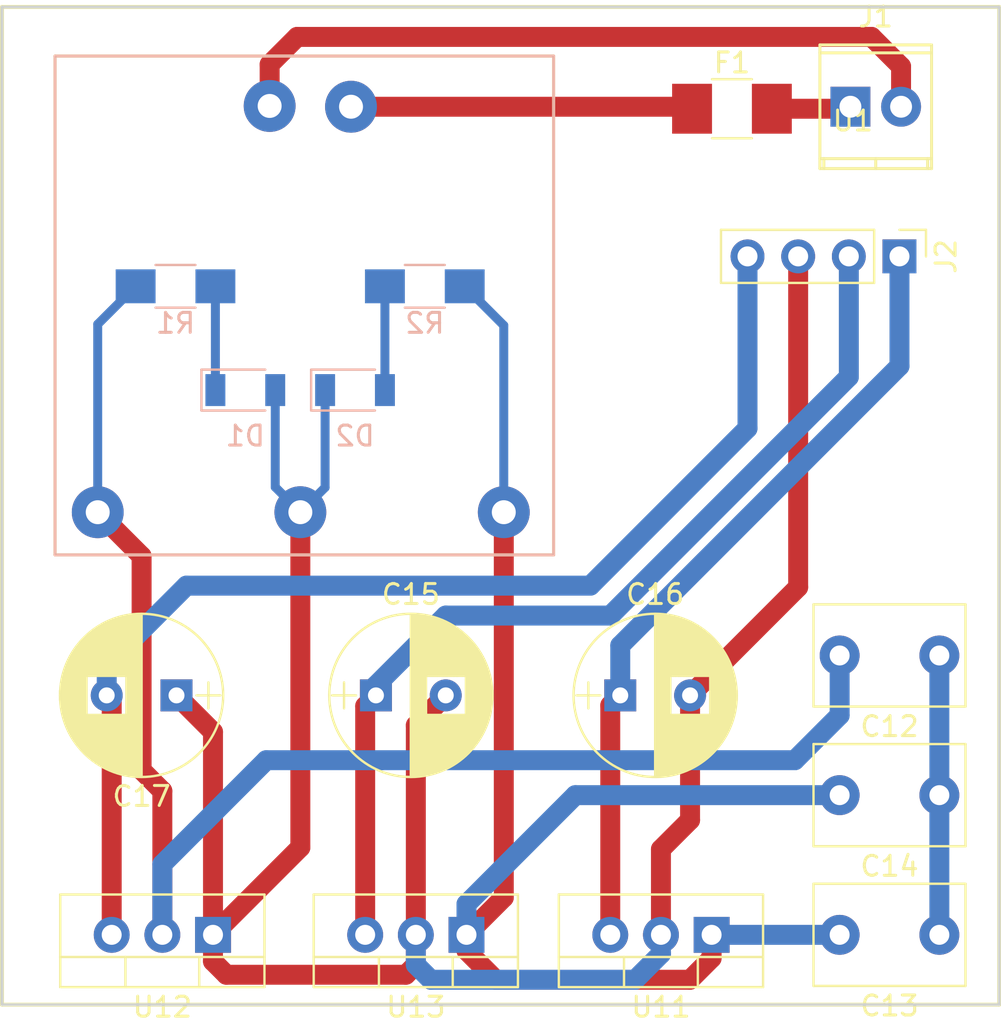
<source format=kicad_pcb>
(kicad_pcb (version 20170123) (host pcbnew "(2017-02-28 revision 7034ea0)-master")

  (general
    (links 31)
    (no_connects 6)
    (area 149.924999 49.924999 200.075001 100.075001)
    (thickness 1.6)
    (drawings 9)
    (tracks 81)
    (zones 0)
    (modules 17)
    (nets 12)
  )

  (page A4)
  (layers
    (0 F.Cu signal)
    (31 B.Cu signal)
    (32 B.Adhes user)
    (33 F.Adhes user)
    (34 B.Paste user)
    (35 F.Paste user)
    (36 B.SilkS user)
    (37 F.SilkS user)
    (38 B.Mask user)
    (39 F.Mask user)
    (40 Dwgs.User user)
    (41 Cmts.User user)
    (42 Eco1.User user)
    (43 Eco2.User user)
    (44 Edge.Cuts user)
    (45 Margin user)
    (46 B.CrtYd user)
    (47 F.CrtYd user)
    (48 B.Fab user)
    (49 F.Fab user)
  )

  (setup
    (last_trace_width 1)
    (user_trace_width 0.25)
    (user_trace_width 0.3)
    (user_trace_width 0.4)
    (user_trace_width 0.45)
    (user_trace_width 0.5)
    (user_trace_width 0.7)
    (user_trace_width 0.8)
    (user_trace_width 1)
    (trace_clearance 0.2)
    (zone_clearance 0.508)
    (zone_45_only no)
    (trace_min 0.2)
    (segment_width 0.2)
    (edge_width 0.15)
    (via_size 0.8)
    (via_drill 0.4)
    (via_min_size 0.4)
    (via_min_drill 0.3)
    (user_via 0.6 0.4)
    (user_via 1 0.6)
    (uvia_size 0.3)
    (uvia_drill 0.1)
    (uvias_allowed no)
    (uvia_min_size 0.2)
    (uvia_min_drill 0.1)
    (pcb_text_width 0.3)
    (pcb_text_size 1.5 1.5)
    (mod_edge_width 0.15)
    (mod_text_size 1 1)
    (mod_text_width 0.15)
    (pad_size 1.524 1.524)
    (pad_drill 0.762)
    (pad_to_mask_clearance 0.2)
    (aux_axis_origin 150 100)
    (grid_origin 150 100)
    (visible_elements FFFFFF7F)
    (pcbplotparams
      (layerselection 0x00030_ffffffff)
      (usegerberextensions false)
      (excludeedgelayer true)
      (linewidth 0.100000)
      (plotframeref false)
      (viasonmask false)
      (mode 1)
      (useauxorigin false)
      (hpglpennumber 1)
      (hpglpenspeed 20)
      (hpglpendiameter 15)
      (psnegative false)
      (psa4output false)
      (plotreference true)
      (plotvalue true)
      (plotinvisibletext false)
      (padsonsilk false)
      (subtractmaskfromsilk false)
      (outputformat 1)
      (mirror false)
      (drillshape 1)
      (scaleselection 1)
      (outputdirectory ""))
  )

  (net 0 "")
  (net 1 GND)
  (net 2 "Net-(D1-Pad1)")
  (net 3 "Net-(D2-Pad2)")
  (net 4 "Net-(J1-Pad2)")
  (net 5 -12VA)
  (net 6 +12VA)
  (net 7 "Net-(C12-Pad2)")
  (net 8 "Net-(C13-Pad2)")
  (net 9 "Net-(F1-Pad2)")
  (net 10 "Net-(F1-Pad1)")
  (net 11 "Net-(C15-Pad1)")

  (net_class Default "This is the default net class."
    (clearance 0.2)
    (trace_width 0.25)
    (via_dia 0.8)
    (via_drill 0.4)
    (uvia_dia 0.3)
    (uvia_drill 0.1)
    (add_net +12VA)
    (add_net -12VA)
    (add_net GND)
    (add_net "Net-(C12-Pad2)")
    (add_net "Net-(C13-Pad2)")
    (add_net "Net-(C15-Pad1)")
    (add_net "Net-(D1-Pad1)")
    (add_net "Net-(D2-Pad2)")
    (add_net "Net-(F1-Pad1)")
    (add_net "Net-(F1-Pad2)")
    (add_net "Net-(J1-Pad2)")
  )

  (module Capacitors_THT:CP_Radial_D8.0mm_P3.50mm (layer F.Cu) (tedit 58765D06) (tstamp 590CEDCB)
    (at 181 84.5)
    (descr "CP, Radial series, Radial, pin pitch=3.50mm, , diameter=8mm, Electrolytic Capacitor")
    (tags "CP Radial series Radial pin pitch 3.50mm  diameter 8mm Electrolytic Capacitor")
    (path /584EBE41)
    (fp_text reference C16 (at 1.75 -5.06) (layer F.SilkS)
      (effects (font (size 1 1) (thickness 0.15)))
    )
    (fp_text value 470u (at 1.75 5.06) (layer F.Fab)
      (effects (font (size 1 1) (thickness 0.15)))
    )
    (fp_line (start 6.1 -4.35) (end -2.6 -4.35) (layer F.CrtYd) (width 0.05))
    (fp_line (start 6.1 4.35) (end 6.1 -4.35) (layer F.CrtYd) (width 0.05))
    (fp_line (start -2.6 4.35) (end 6.1 4.35) (layer F.CrtYd) (width 0.05))
    (fp_line (start -2.6 -4.35) (end -2.6 4.35) (layer F.CrtYd) (width 0.05))
    (fp_line (start -1.6 -0.65) (end -1.6 0.65) (layer F.SilkS) (width 0.12))
    (fp_line (start -2.2 0) (end -1 0) (layer F.SilkS) (width 0.12))
    (fp_line (start 5.831 -0.246) (end 5.831 0.246) (layer F.SilkS) (width 0.12))
    (fp_line (start 5.791 -0.598) (end 5.791 0.598) (layer F.SilkS) (width 0.12))
    (fp_line (start 5.751 -0.814) (end 5.751 0.814) (layer F.SilkS) (width 0.12))
    (fp_line (start 5.711 -0.983) (end 5.711 0.983) (layer F.SilkS) (width 0.12))
    (fp_line (start 5.671 -1.127) (end 5.671 1.127) (layer F.SilkS) (width 0.12))
    (fp_line (start 5.631 -1.254) (end 5.631 1.254) (layer F.SilkS) (width 0.12))
    (fp_line (start 5.591 -1.369) (end 5.591 1.369) (layer F.SilkS) (width 0.12))
    (fp_line (start 5.551 -1.473) (end 5.551 1.473) (layer F.SilkS) (width 0.12))
    (fp_line (start 5.511 -1.57) (end 5.511 1.57) (layer F.SilkS) (width 0.12))
    (fp_line (start 5.471 -1.66) (end 5.471 1.66) (layer F.SilkS) (width 0.12))
    (fp_line (start 5.431 -1.745) (end 5.431 1.745) (layer F.SilkS) (width 0.12))
    (fp_line (start 5.391 -1.826) (end 5.391 1.826) (layer F.SilkS) (width 0.12))
    (fp_line (start 5.351 -1.902) (end 5.351 1.902) (layer F.SilkS) (width 0.12))
    (fp_line (start 5.311 -1.974) (end 5.311 1.974) (layer F.SilkS) (width 0.12))
    (fp_line (start 5.271 -2.043) (end 5.271 2.043) (layer F.SilkS) (width 0.12))
    (fp_line (start 5.231 -2.109) (end 5.231 2.109) (layer F.SilkS) (width 0.12))
    (fp_line (start 5.191 -2.173) (end 5.191 2.173) (layer F.SilkS) (width 0.12))
    (fp_line (start 5.151 -2.234) (end 5.151 2.234) (layer F.SilkS) (width 0.12))
    (fp_line (start 5.111 -2.293) (end 5.111 2.293) (layer F.SilkS) (width 0.12))
    (fp_line (start 5.071 -2.349) (end 5.071 2.349) (layer F.SilkS) (width 0.12))
    (fp_line (start 5.031 -2.404) (end 5.031 2.404) (layer F.SilkS) (width 0.12))
    (fp_line (start 4.991 -2.457) (end 4.991 2.457) (layer F.SilkS) (width 0.12))
    (fp_line (start 4.951 -2.508) (end 4.951 2.508) (layer F.SilkS) (width 0.12))
    (fp_line (start 4.911 -2.557) (end 4.911 2.557) (layer F.SilkS) (width 0.12))
    (fp_line (start 4.871 -2.605) (end 4.871 2.605) (layer F.SilkS) (width 0.12))
    (fp_line (start 4.831 -2.652) (end 4.831 2.652) (layer F.SilkS) (width 0.12))
    (fp_line (start 4.791 -2.697) (end 4.791 2.697) (layer F.SilkS) (width 0.12))
    (fp_line (start 4.751 -2.74) (end 4.751 2.74) (layer F.SilkS) (width 0.12))
    (fp_line (start 4.711 -2.783) (end 4.711 2.783) (layer F.SilkS) (width 0.12))
    (fp_line (start 4.671 -2.824) (end 4.671 2.824) (layer F.SilkS) (width 0.12))
    (fp_line (start 4.631 -2.865) (end 4.631 2.865) (layer F.SilkS) (width 0.12))
    (fp_line (start 4.591 -2.904) (end 4.591 2.904) (layer F.SilkS) (width 0.12))
    (fp_line (start 4.551 -2.942) (end 4.551 2.942) (layer F.SilkS) (width 0.12))
    (fp_line (start 4.511 -2.979) (end 4.511 2.979) (layer F.SilkS) (width 0.12))
    (fp_line (start 4.471 0.98) (end 4.471 3.015) (layer F.SilkS) (width 0.12))
    (fp_line (start 4.471 -3.015) (end 4.471 -0.98) (layer F.SilkS) (width 0.12))
    (fp_line (start 4.431 0.98) (end 4.431 3.05) (layer F.SilkS) (width 0.12))
    (fp_line (start 4.431 -3.05) (end 4.431 -0.98) (layer F.SilkS) (width 0.12))
    (fp_line (start 4.391 0.98) (end 4.391 3.084) (layer F.SilkS) (width 0.12))
    (fp_line (start 4.391 -3.084) (end 4.391 -0.98) (layer F.SilkS) (width 0.12))
    (fp_line (start 4.351 0.98) (end 4.351 3.118) (layer F.SilkS) (width 0.12))
    (fp_line (start 4.351 -3.118) (end 4.351 -0.98) (layer F.SilkS) (width 0.12))
    (fp_line (start 4.311 0.98) (end 4.311 3.15) (layer F.SilkS) (width 0.12))
    (fp_line (start 4.311 -3.15) (end 4.311 -0.98) (layer F.SilkS) (width 0.12))
    (fp_line (start 4.271 0.98) (end 4.271 3.182) (layer F.SilkS) (width 0.12))
    (fp_line (start 4.271 -3.182) (end 4.271 -0.98) (layer F.SilkS) (width 0.12))
    (fp_line (start 4.231 0.98) (end 4.231 3.213) (layer F.SilkS) (width 0.12))
    (fp_line (start 4.231 -3.213) (end 4.231 -0.98) (layer F.SilkS) (width 0.12))
    (fp_line (start 4.191 0.98) (end 4.191 3.243) (layer F.SilkS) (width 0.12))
    (fp_line (start 4.191 -3.243) (end 4.191 -0.98) (layer F.SilkS) (width 0.12))
    (fp_line (start 4.151 0.98) (end 4.151 3.272) (layer F.SilkS) (width 0.12))
    (fp_line (start 4.151 -3.272) (end 4.151 -0.98) (layer F.SilkS) (width 0.12))
    (fp_line (start 4.111 0.98) (end 4.111 3.301) (layer F.SilkS) (width 0.12))
    (fp_line (start 4.111 -3.301) (end 4.111 -0.98) (layer F.SilkS) (width 0.12))
    (fp_line (start 4.071 0.98) (end 4.071 3.329) (layer F.SilkS) (width 0.12))
    (fp_line (start 4.071 -3.329) (end 4.071 -0.98) (layer F.SilkS) (width 0.12))
    (fp_line (start 4.031 0.98) (end 4.031 3.356) (layer F.SilkS) (width 0.12))
    (fp_line (start 4.031 -3.356) (end 4.031 -0.98) (layer F.SilkS) (width 0.12))
    (fp_line (start 3.991 0.98) (end 3.991 3.383) (layer F.SilkS) (width 0.12))
    (fp_line (start 3.991 -3.383) (end 3.991 -0.98) (layer F.SilkS) (width 0.12))
    (fp_line (start 3.951 0.98) (end 3.951 3.408) (layer F.SilkS) (width 0.12))
    (fp_line (start 3.951 -3.408) (end 3.951 -0.98) (layer F.SilkS) (width 0.12))
    (fp_line (start 3.911 0.98) (end 3.911 3.434) (layer F.SilkS) (width 0.12))
    (fp_line (start 3.911 -3.434) (end 3.911 -0.98) (layer F.SilkS) (width 0.12))
    (fp_line (start 3.871 0.98) (end 3.871 3.458) (layer F.SilkS) (width 0.12))
    (fp_line (start 3.871 -3.458) (end 3.871 -0.98) (layer F.SilkS) (width 0.12))
    (fp_line (start 3.831 0.98) (end 3.831 3.482) (layer F.SilkS) (width 0.12))
    (fp_line (start 3.831 -3.482) (end 3.831 -0.98) (layer F.SilkS) (width 0.12))
    (fp_line (start 3.791 0.98) (end 3.791 3.505) (layer F.SilkS) (width 0.12))
    (fp_line (start 3.791 -3.505) (end 3.791 -0.98) (layer F.SilkS) (width 0.12))
    (fp_line (start 3.751 0.98) (end 3.751 3.528) (layer F.SilkS) (width 0.12))
    (fp_line (start 3.751 -3.528) (end 3.751 -0.98) (layer F.SilkS) (width 0.12))
    (fp_line (start 3.711 0.98) (end 3.711 3.55) (layer F.SilkS) (width 0.12))
    (fp_line (start 3.711 -3.55) (end 3.711 -0.98) (layer F.SilkS) (width 0.12))
    (fp_line (start 3.671 0.98) (end 3.671 3.572) (layer F.SilkS) (width 0.12))
    (fp_line (start 3.671 -3.572) (end 3.671 -0.98) (layer F.SilkS) (width 0.12))
    (fp_line (start 3.631 0.98) (end 3.631 3.593) (layer F.SilkS) (width 0.12))
    (fp_line (start 3.631 -3.593) (end 3.631 -0.98) (layer F.SilkS) (width 0.12))
    (fp_line (start 3.591 0.98) (end 3.591 3.613) (layer F.SilkS) (width 0.12))
    (fp_line (start 3.591 -3.613) (end 3.591 -0.98) (layer F.SilkS) (width 0.12))
    (fp_line (start 3.551 0.98) (end 3.551 3.633) (layer F.SilkS) (width 0.12))
    (fp_line (start 3.551 -3.633) (end 3.551 -0.98) (layer F.SilkS) (width 0.12))
    (fp_line (start 3.511 0.98) (end 3.511 3.652) (layer F.SilkS) (width 0.12))
    (fp_line (start 3.511 -3.652) (end 3.511 -0.98) (layer F.SilkS) (width 0.12))
    (fp_line (start 3.471 0.98) (end 3.471 3.671) (layer F.SilkS) (width 0.12))
    (fp_line (start 3.471 -3.671) (end 3.471 -0.98) (layer F.SilkS) (width 0.12))
    (fp_line (start 3.431 0.98) (end 3.431 3.69) (layer F.SilkS) (width 0.12))
    (fp_line (start 3.431 -3.69) (end 3.431 -0.98) (layer F.SilkS) (width 0.12))
    (fp_line (start 3.391 0.98) (end 3.391 3.707) (layer F.SilkS) (width 0.12))
    (fp_line (start 3.391 -3.707) (end 3.391 -0.98) (layer F.SilkS) (width 0.12))
    (fp_line (start 3.351 0.98) (end 3.351 3.725) (layer F.SilkS) (width 0.12))
    (fp_line (start 3.351 -3.725) (end 3.351 -0.98) (layer F.SilkS) (width 0.12))
    (fp_line (start 3.311 0.98) (end 3.311 3.741) (layer F.SilkS) (width 0.12))
    (fp_line (start 3.311 -3.741) (end 3.311 -0.98) (layer F.SilkS) (width 0.12))
    (fp_line (start 3.271 0.98) (end 3.271 3.758) (layer F.SilkS) (width 0.12))
    (fp_line (start 3.271 -3.758) (end 3.271 -0.98) (layer F.SilkS) (width 0.12))
    (fp_line (start 3.231 0.98) (end 3.231 3.773) (layer F.SilkS) (width 0.12))
    (fp_line (start 3.231 -3.773) (end 3.231 -0.98) (layer F.SilkS) (width 0.12))
    (fp_line (start 3.191 0.98) (end 3.191 3.789) (layer F.SilkS) (width 0.12))
    (fp_line (start 3.191 -3.789) (end 3.191 -0.98) (layer F.SilkS) (width 0.12))
    (fp_line (start 3.151 0.98) (end 3.151 3.803) (layer F.SilkS) (width 0.12))
    (fp_line (start 3.151 -3.803) (end 3.151 -0.98) (layer F.SilkS) (width 0.12))
    (fp_line (start 3.111 0.98) (end 3.111 3.818) (layer F.SilkS) (width 0.12))
    (fp_line (start 3.111 -3.818) (end 3.111 -0.98) (layer F.SilkS) (width 0.12))
    (fp_line (start 3.071 0.98) (end 3.071 3.832) (layer F.SilkS) (width 0.12))
    (fp_line (start 3.071 -3.832) (end 3.071 -0.98) (layer F.SilkS) (width 0.12))
    (fp_line (start 3.031 0.98) (end 3.031 3.845) (layer F.SilkS) (width 0.12))
    (fp_line (start 3.031 -3.845) (end 3.031 -0.98) (layer F.SilkS) (width 0.12))
    (fp_line (start 2.991 0.98) (end 2.991 3.858) (layer F.SilkS) (width 0.12))
    (fp_line (start 2.991 -3.858) (end 2.991 -0.98) (layer F.SilkS) (width 0.12))
    (fp_line (start 2.951 0.98) (end 2.951 3.87) (layer F.SilkS) (width 0.12))
    (fp_line (start 2.951 -3.87) (end 2.951 -0.98) (layer F.SilkS) (width 0.12))
    (fp_line (start 2.911 0.98) (end 2.911 3.883) (layer F.SilkS) (width 0.12))
    (fp_line (start 2.911 -3.883) (end 2.911 -0.98) (layer F.SilkS) (width 0.12))
    (fp_line (start 2.871 0.98) (end 2.871 3.894) (layer F.SilkS) (width 0.12))
    (fp_line (start 2.871 -3.894) (end 2.871 -0.98) (layer F.SilkS) (width 0.12))
    (fp_line (start 2.831 0.98) (end 2.831 3.905) (layer F.SilkS) (width 0.12))
    (fp_line (start 2.831 -3.905) (end 2.831 -0.98) (layer F.SilkS) (width 0.12))
    (fp_line (start 2.791 0.98) (end 2.791 3.916) (layer F.SilkS) (width 0.12))
    (fp_line (start 2.791 -3.916) (end 2.791 -0.98) (layer F.SilkS) (width 0.12))
    (fp_line (start 2.751 0.98) (end 2.751 3.926) (layer F.SilkS) (width 0.12))
    (fp_line (start 2.751 -3.926) (end 2.751 -0.98) (layer F.SilkS) (width 0.12))
    (fp_line (start 2.711 0.98) (end 2.711 3.936) (layer F.SilkS) (width 0.12))
    (fp_line (start 2.711 -3.936) (end 2.711 -0.98) (layer F.SilkS) (width 0.12))
    (fp_line (start 2.671 0.98) (end 2.671 3.946) (layer F.SilkS) (width 0.12))
    (fp_line (start 2.671 -3.946) (end 2.671 -0.98) (layer F.SilkS) (width 0.12))
    (fp_line (start 2.631 0.98) (end 2.631 3.955) (layer F.SilkS) (width 0.12))
    (fp_line (start 2.631 -3.955) (end 2.631 -0.98) (layer F.SilkS) (width 0.12))
    (fp_line (start 2.591 0.98) (end 2.591 3.963) (layer F.SilkS) (width 0.12))
    (fp_line (start 2.591 -3.963) (end 2.591 -0.98) (layer F.SilkS) (width 0.12))
    (fp_line (start 2.551 0.98) (end 2.551 3.971) (layer F.SilkS) (width 0.12))
    (fp_line (start 2.551 -3.971) (end 2.551 -0.98) (layer F.SilkS) (width 0.12))
    (fp_line (start 2.511 -3.979) (end 2.511 3.979) (layer F.SilkS) (width 0.12))
    (fp_line (start 2.471 -3.987) (end 2.471 3.987) (layer F.SilkS) (width 0.12))
    (fp_line (start 2.43 -3.994) (end 2.43 3.994) (layer F.SilkS) (width 0.12))
    (fp_line (start 2.39 -4) (end 2.39 4) (layer F.SilkS) (width 0.12))
    (fp_line (start 2.35 -4.006) (end 2.35 4.006) (layer F.SilkS) (width 0.12))
    (fp_line (start 2.31 -4.012) (end 2.31 4.012) (layer F.SilkS) (width 0.12))
    (fp_line (start 2.27 -4.017) (end 2.27 4.017) (layer F.SilkS) (width 0.12))
    (fp_line (start 2.23 -4.022) (end 2.23 4.022) (layer F.SilkS) (width 0.12))
    (fp_line (start 2.19 -4.027) (end 2.19 4.027) (layer F.SilkS) (width 0.12))
    (fp_line (start 2.15 -4.031) (end 2.15 4.031) (layer F.SilkS) (width 0.12))
    (fp_line (start 2.11 -4.035) (end 2.11 4.035) (layer F.SilkS) (width 0.12))
    (fp_line (start 2.07 -4.038) (end 2.07 4.038) (layer F.SilkS) (width 0.12))
    (fp_line (start 2.03 -4.041) (end 2.03 4.041) (layer F.SilkS) (width 0.12))
    (fp_line (start 1.99 -4.043) (end 1.99 4.043) (layer F.SilkS) (width 0.12))
    (fp_line (start 1.95 -4.046) (end 1.95 4.046) (layer F.SilkS) (width 0.12))
    (fp_line (start 1.91 -4.047) (end 1.91 4.047) (layer F.SilkS) (width 0.12))
    (fp_line (start 1.87 -4.049) (end 1.87 4.049) (layer F.SilkS) (width 0.12))
    (fp_line (start 1.83 -4.05) (end 1.83 4.05) (layer F.SilkS) (width 0.12))
    (fp_line (start 1.79 -4.05) (end 1.79 4.05) (layer F.SilkS) (width 0.12))
    (fp_line (start 1.75 -4.05) (end 1.75 4.05) (layer F.SilkS) (width 0.12))
    (fp_line (start -1.6 -0.65) (end -1.6 0.65) (layer F.Fab) (width 0.1))
    (fp_line (start -2.2 0) (end -1 0) (layer F.Fab) (width 0.1))
    (fp_circle (center 1.75 0) (end 5.84 0) (layer F.SilkS) (width 0.12))
    (fp_circle (center 1.75 0) (end 5.75 0) (layer F.Fab) (width 0.1))
    (pad 2 thru_hole circle (at 3.5 0) (size 1.6 1.6) (drill 0.8) (layers *.Cu *.Mask)
      (net 1 GND))
    (pad 1 thru_hole rect (at 0 0) (size 1.6 1.6) (drill 0.8) (layers *.Cu *.Mask)
      (net 6 +12VA))
    (model Capacitors_THT.3dshapes/CP_Radial_D8.0mm_P3.50mm.wrl
      (at (xyz 0 0 0))
      (scale (xyz 0.393701 0.393701 0.393701))
      (rotate (xyz 0 0 0))
    )
  )

  (module Resistors_SMD:R_1210_HandSoldering (layer F.Cu) (tedit 58E0A804) (tstamp 590CF518)
    (at 186.6 55.1)
    (descr "Resistor SMD 1210, hand soldering")
    (tags "resistor 1210")
    (path /590CEFC8)
    (attr smd)
    (fp_text reference F1 (at 0 -2.3) (layer F.SilkS)
      (effects (font (size 1 1) (thickness 0.15)))
    )
    (fp_text value Fuse (at 0 2.4) (layer F.Fab)
      (effects (font (size 1 1) (thickness 0.15)))
    )
    (fp_line (start 3.25 1.5) (end -3.25 1.5) (layer F.CrtYd) (width 0.05))
    (fp_line (start 3.25 1.5) (end 3.25 -1.5) (layer F.CrtYd) (width 0.05))
    (fp_line (start -3.25 -1.5) (end -3.25 1.5) (layer F.CrtYd) (width 0.05))
    (fp_line (start -3.25 -1.5) (end 3.25 -1.5) (layer F.CrtYd) (width 0.05))
    (fp_line (start -1 -1.48) (end 1 -1.48) (layer F.SilkS) (width 0.12))
    (fp_line (start 1 1.48) (end -1 1.48) (layer F.SilkS) (width 0.12))
    (fp_line (start -1.6 -1.25) (end 1.6 -1.25) (layer F.Fab) (width 0.1))
    (fp_line (start 1.6 -1.25) (end 1.6 1.25) (layer F.Fab) (width 0.1))
    (fp_line (start 1.6 1.25) (end -1.6 1.25) (layer F.Fab) (width 0.1))
    (fp_line (start -1.6 1.25) (end -1.6 -1.25) (layer F.Fab) (width 0.1))
    (fp_text user %R (at 0 0) (layer F.Fab)
      (effects (font (size 0.7 0.7) (thickness 0.105)))
    )
    (pad 2 smd rect (at 2 0) (size 2 2.5) (layers F.Cu F.Paste F.Mask)
      (net 9 "Net-(F1-Pad2)"))
    (pad 1 smd rect (at -2 0) (size 2 2.5) (layers F.Cu F.Paste F.Mask)
      (net 10 "Net-(F1-Pad1)"))
    (model ${KISYS3DMOD}/Resistors_SMD.3dshapes/R_1210.wrl
      (at (xyz 0 0 0))
      (scale (xyz 1 1 1))
      (rotate (xyz 0 0 0))
    )
  )

  (module Pin_Headers:Pin_Header_Straight_1x04_Pitch2.54mm (layer F.Cu) (tedit 58CD4EC1) (tstamp 590CEC51)
    (at 195 62.5 270)
    (descr "Through hole straight pin header, 1x04, 2.54mm pitch, single row")
    (tags "Through hole pin header THT 1x04 2.54mm single row")
    (path /590CFE0F)
    (fp_text reference J2 (at 0 -2.33 270) (layer F.SilkS)
      (effects (font (size 1 1) (thickness 0.15)))
    )
    (fp_text value CONN_01X04_MALE (at 0 9.95 270) (layer F.Fab)
      (effects (font (size 1 1) (thickness 0.15)))
    )
    (fp_text user %R (at 0 -2.33 270) (layer F.Fab)
      (effects (font (size 1 1) (thickness 0.15)))
    )
    (fp_line (start 1.8 -1.8) (end -1.8 -1.8) (layer F.CrtYd) (width 0.05))
    (fp_line (start 1.8 9.4) (end 1.8 -1.8) (layer F.CrtYd) (width 0.05))
    (fp_line (start -1.8 9.4) (end 1.8 9.4) (layer F.CrtYd) (width 0.05))
    (fp_line (start -1.8 -1.8) (end -1.8 9.4) (layer F.CrtYd) (width 0.05))
    (fp_line (start -1.33 -1.33) (end 0 -1.33) (layer F.SilkS) (width 0.12))
    (fp_line (start -1.33 0) (end -1.33 -1.33) (layer F.SilkS) (width 0.12))
    (fp_line (start 1.33 1.27) (end -1.33 1.27) (layer F.SilkS) (width 0.12))
    (fp_line (start 1.33 8.95) (end 1.33 1.27) (layer F.SilkS) (width 0.12))
    (fp_line (start -1.33 8.95) (end 1.33 8.95) (layer F.SilkS) (width 0.12))
    (fp_line (start -1.33 1.27) (end -1.33 8.95) (layer F.SilkS) (width 0.12))
    (fp_line (start 1.27 -1.27) (end -1.27 -1.27) (layer F.Fab) (width 0.1))
    (fp_line (start 1.27 8.89) (end 1.27 -1.27) (layer F.Fab) (width 0.1))
    (fp_line (start -1.27 8.89) (end 1.27 8.89) (layer F.Fab) (width 0.1))
    (fp_line (start -1.27 -1.27) (end -1.27 8.89) (layer F.Fab) (width 0.1))
    (pad 4 thru_hole oval (at 0 7.62 270) (size 1.7 1.7) (drill 1) (layers *.Cu *.Mask)
      (net 5 -12VA))
    (pad 3 thru_hole oval (at 0 5.08 270) (size 1.7 1.7) (drill 1) (layers *.Cu *.Mask)
      (net 1 GND))
    (pad 2 thru_hole oval (at 0 2.54 270) (size 1.7 1.7) (drill 1) (layers *.Cu *.Mask)
      (net 11 "Net-(C15-Pad1)"))
    (pad 1 thru_hole rect (at 0 0 270) (size 1.7 1.7) (drill 1) (layers *.Cu *.Mask)
      (net 6 +12VA))
    (model ${KISYS3DMOD}/Pin_Headers.3dshapes/Pin_Header_Straight_1x04_Pitch2.54mm.wrl
      (at (xyz 0 -0.15 0))
      (scale (xyz 1 1 1))
      (rotate (xyz 0 0 90))
    )
  )

  (module TO_SOT_Packages_THT:TO-220_Vertical (layer F.Cu) (tedit 58CE52AD) (tstamp 590CEBE6)
    (at 173.29 96.5 180)
    (descr "TO-220, Vertical, RM 2.54mm")
    (tags "TO-220 Vertical RM 2.54mm")
    (path /590744EF)
    (fp_text reference U13 (at 2.54 -3.62 180) (layer F.SilkS)
      (effects (font (size 1 1) (thickness 0.15)))
    )
    (fp_text value LM7805CT (at 2.54 3.92 180) (layer F.Fab)
      (effects (font (size 1 1) (thickness 0.15)))
    )
    (fp_line (start 7.79 -2.75) (end -2.71 -2.75) (layer F.CrtYd) (width 0.05))
    (fp_line (start 7.79 2.16) (end 7.79 -2.75) (layer F.CrtYd) (width 0.05))
    (fp_line (start -2.71 2.16) (end 7.79 2.16) (layer F.CrtYd) (width 0.05))
    (fp_line (start -2.71 -2.75) (end -2.71 2.16) (layer F.CrtYd) (width 0.05))
    (fp_line (start 4.391 -2.62) (end 4.391 -1.11) (layer F.SilkS) (width 0.12))
    (fp_line (start 0.69 -2.62) (end 0.69 -1.11) (layer F.SilkS) (width 0.12))
    (fp_line (start -2.58 -1.11) (end 7.66 -1.11) (layer F.SilkS) (width 0.12))
    (fp_line (start 7.66 -2.62) (end 7.66 2.021) (layer F.SilkS) (width 0.12))
    (fp_line (start -2.58 -2.62) (end -2.58 2.021) (layer F.SilkS) (width 0.12))
    (fp_line (start -2.58 2.021) (end 7.66 2.021) (layer F.SilkS) (width 0.12))
    (fp_line (start -2.58 -2.62) (end 7.66 -2.62) (layer F.SilkS) (width 0.12))
    (fp_line (start 4.39 -2.5) (end 4.39 -1.23) (layer F.Fab) (width 0.1))
    (fp_line (start 0.69 -2.5) (end 0.69 -1.23) (layer F.Fab) (width 0.1))
    (fp_line (start -2.46 -1.23) (end 7.54 -1.23) (layer F.Fab) (width 0.1))
    (fp_line (start 7.54 -2.5) (end -2.46 -2.5) (layer F.Fab) (width 0.1))
    (fp_line (start 7.54 1.9) (end 7.54 -2.5) (layer F.Fab) (width 0.1))
    (fp_line (start -2.46 1.9) (end 7.54 1.9) (layer F.Fab) (width 0.1))
    (fp_line (start -2.46 -2.5) (end -2.46 1.9) (layer F.Fab) (width 0.1))
    (fp_text user %R (at 2.54 -3.62 180) (layer F.Fab)
      (effects (font (size 1 1) (thickness 0.15)))
    )
    (pad 3 thru_hole oval (at 5.08 0 180) (size 1.8 1.8) (drill 1) (layers *.Cu *.Mask)
      (net 11 "Net-(C15-Pad1)"))
    (pad 2 thru_hole oval (at 2.54 0 180) (size 1.8 1.8) (drill 1) (layers *.Cu *.Mask)
      (net 1 GND))
    (pad 1 thru_hole rect (at 0 0 180) (size 1.8 1.8) (drill 1) (layers *.Cu *.Mask)
      (net 8 "Net-(C13-Pad2)"))
    (model ${KISYS3DMOD}/TO_SOT_Packages_THT.3dshapes/TO-220_Vertical.wrl
      (at (xyz 0.1 0 0))
      (scale (xyz 0.393701 0.393701 0.393701))
      (rotate (xyz 0 0 0))
    )
  )

  (module TO_SOT_Packages_THT:TO-220_Vertical (layer F.Cu) (tedit 58CE52AD) (tstamp 590CEBD3)
    (at 185.58 96.5 180)
    (descr "TO-220, Vertical, RM 2.54mm")
    (tags "TO-220 Vertical RM 2.54mm")
    (path /59074169)
    (fp_text reference U11 (at 2.54 -3.62 180) (layer F.SilkS)
      (effects (font (size 1 1) (thickness 0.15)))
    )
    (fp_text value LM7812ACT (at 2.54 3.92 180) (layer F.Fab)
      (effects (font (size 1 1) (thickness 0.15)))
    )
    (fp_text user %R (at 2.54 -3.62 180) (layer F.Fab)
      (effects (font (size 1 1) (thickness 0.15)))
    )
    (fp_line (start -2.46 -2.5) (end -2.46 1.9) (layer F.Fab) (width 0.1))
    (fp_line (start -2.46 1.9) (end 7.54 1.9) (layer F.Fab) (width 0.1))
    (fp_line (start 7.54 1.9) (end 7.54 -2.5) (layer F.Fab) (width 0.1))
    (fp_line (start 7.54 -2.5) (end -2.46 -2.5) (layer F.Fab) (width 0.1))
    (fp_line (start -2.46 -1.23) (end 7.54 -1.23) (layer F.Fab) (width 0.1))
    (fp_line (start 0.69 -2.5) (end 0.69 -1.23) (layer F.Fab) (width 0.1))
    (fp_line (start 4.39 -2.5) (end 4.39 -1.23) (layer F.Fab) (width 0.1))
    (fp_line (start -2.58 -2.62) (end 7.66 -2.62) (layer F.SilkS) (width 0.12))
    (fp_line (start -2.58 2.021) (end 7.66 2.021) (layer F.SilkS) (width 0.12))
    (fp_line (start -2.58 -2.62) (end -2.58 2.021) (layer F.SilkS) (width 0.12))
    (fp_line (start 7.66 -2.62) (end 7.66 2.021) (layer F.SilkS) (width 0.12))
    (fp_line (start -2.58 -1.11) (end 7.66 -1.11) (layer F.SilkS) (width 0.12))
    (fp_line (start 0.69 -2.62) (end 0.69 -1.11) (layer F.SilkS) (width 0.12))
    (fp_line (start 4.391 -2.62) (end 4.391 -1.11) (layer F.SilkS) (width 0.12))
    (fp_line (start -2.71 -2.75) (end -2.71 2.16) (layer F.CrtYd) (width 0.05))
    (fp_line (start -2.71 2.16) (end 7.79 2.16) (layer F.CrtYd) (width 0.05))
    (fp_line (start 7.79 2.16) (end 7.79 -2.75) (layer F.CrtYd) (width 0.05))
    (fp_line (start 7.79 -2.75) (end -2.71 -2.75) (layer F.CrtYd) (width 0.05))
    (pad 1 thru_hole rect (at 0 0 180) (size 1.8 1.8) (drill 1) (layers *.Cu *.Mask)
      (net 8 "Net-(C13-Pad2)"))
    (pad 2 thru_hole oval (at 2.54 0 180) (size 1.8 1.8) (drill 1) (layers *.Cu *.Mask)
      (net 1 GND))
    (pad 3 thru_hole oval (at 5.08 0 180) (size 1.8 1.8) (drill 1) (layers *.Cu *.Mask)
      (net 6 +12VA))
    (model ${KISYS3DMOD}/TO_SOT_Packages_THT.3dshapes/TO-220_Vertical.wrl
      (at (xyz 0.1 0 0))
      (scale (xyz 0.393701 0.393701 0.393701))
      (rotate (xyz 0 0 0))
    )
  )

  (module TO_SOT_Packages_THT:TO-220_Vertical (layer F.Cu) (tedit 590CF0F5) (tstamp 590CEBC0)
    (at 160.58 96.5 180)
    (descr "TO-220, Vertical, RM 2.54mm")
    (tags "TO-220 Vertical RM 2.54mm")
    (path /590742BD)
    (fp_text reference U12 (at 2.54 -3.62 180) (layer F.SilkS)
      (effects (font (size 1 1) (thickness 0.15)))
    )
    (fp_text value LM7912CT (at 2.54 3.92 180) (layer F.Fab)
      (effects (font (size 1 1) (thickness 0.15)))
    )
    (fp_line (start 7.79 -2.75) (end -2.71 -2.75) (layer F.CrtYd) (width 0.05))
    (fp_line (start 7.79 2.16) (end 7.79 -2.75) (layer F.CrtYd) (width 0.05))
    (fp_line (start -2.71 2.16) (end 7.79 2.16) (layer F.CrtYd) (width 0.05))
    (fp_line (start -2.71 -2.75) (end -2.71 2.16) (layer F.CrtYd) (width 0.05))
    (fp_line (start 4.391 -2.62) (end 4.391 -1.11) (layer F.SilkS) (width 0.12))
    (fp_line (start 0.69 -2.62) (end 0.69 -1.11) (layer F.SilkS) (width 0.12))
    (fp_line (start -2.58 -1.11) (end 7.66 -1.11) (layer F.SilkS) (width 0.12))
    (fp_line (start 7.66 -2.62) (end 7.66 2.021) (layer F.SilkS) (width 0.12))
    (fp_line (start -2.58 -2.62) (end -2.58 2.021) (layer F.SilkS) (width 0.12))
    (fp_line (start -2.58 2.021) (end 7.66 2.021) (layer F.SilkS) (width 0.12))
    (fp_line (start -2.58 -2.62) (end 7.66 -2.62) (layer F.SilkS) (width 0.12))
    (fp_line (start 4.39 -2.5) (end 4.39 -1.23) (layer F.Fab) (width 0.1))
    (fp_line (start 0.69 -2.5) (end 0.69 -1.23) (layer F.Fab) (width 0.1))
    (fp_line (start -2.46 -1.23) (end 7.54 -1.23) (layer F.Fab) (width 0.1))
    (fp_line (start 7.54 -2.5) (end -2.46 -2.5) (layer F.Fab) (width 0.1))
    (fp_line (start 7.54 1.9) (end 7.54 -2.5) (layer F.Fab) (width 0.1))
    (fp_line (start -2.46 1.9) (end 7.54 1.9) (layer F.Fab) (width 0.1))
    (fp_line (start -2.46 -2.5) (end -2.46 1.9) (layer F.Fab) (width 0.1))
    (fp_text user %R (at 2.54 -3.62 180) (layer F.Fab)
      (effects (font (size 1 1) (thickness 0.15)))
    )
    (pad 3 thru_hole oval (at 5.08 0 180) (size 1.8 1.8) (drill 1) (layers *.Cu *.Mask)
      (net 5 -12VA))
    (pad 2 thru_hole oval (at 2.54 0 180) (size 1.8 1.8) (drill 1) (layers *.Cu *.Mask)
      (net 7 "Net-(C12-Pad2)"))
    (pad 1 thru_hole rect (at 0 0 180) (size 1.8 1.8) (drill 1) (layers *.Cu *.Mask)
      (net 1 GND))
    (model ${KISYS3DMOD}/TO_SOT_Packages_THT.3dshapes/TO-220_Vertical.wrl
      (at (xyz 0.1 0 0))
      (scale (xyz 0.393701 0.393701 0.393701))
      (rotate (xyz 0 0 0))
    )
  )

  (module Diodes_SMD:D_1206 (layer B.Cu) (tedit 587F7EF9) (tstamp 590CDB2E)
    (at 162.2 69.2)
    (descr "Diode SMD 1206, reflow soldering")
    (tags "Diode 1206")
    (path /590C3D3A)
    (attr smd)
    (fp_text reference D1 (at 0 2.3) (layer B.SilkS)
      (effects (font (size 1 1) (thickness 0.15)) (justify mirror))
    )
    (fp_text value V-CHECK (at 0 -2.3) (layer B.Fab)
      (effects (font (size 1 1) (thickness 0.15)) (justify mirror))
    )
    (fp_line (start -2.2 -1.025) (end 1 -1.025) (layer B.SilkS) (width 0.12))
    (fp_line (start 1 1.025) (end -2.2 1.025) (layer B.SilkS) (width 0.12))
    (fp_line (start 2.3 1.15) (end 2.3 -1.15) (layer B.CrtYd) (width 0.05))
    (fp_line (start -2.3 1.15) (end -2.3 -1.15) (layer B.CrtYd) (width 0.05))
    (fp_line (start -2.3 -1.15) (end 2.3 -1.15) (layer B.CrtYd) (width 0.05))
    (fp_line (start -2.3 1.15) (end 2.3 1.15) (layer B.CrtYd) (width 0.05))
    (fp_line (start -1.6 0.8) (end 1.6 0.8) (layer B.Fab) (width 0.1))
    (fp_line (start 1.6 0.8) (end 1.6 -0.8) (layer B.Fab) (width 0.1))
    (fp_line (start 1.6 -0.8) (end -1.6 -0.8) (layer B.Fab) (width 0.1))
    (fp_line (start -1.6 -0.8) (end -1.6 0.8) (layer B.Fab) (width 0.1))
    (fp_line (start -2.2 1.016) (end -2.2 -1.016) (layer B.SilkS) (width 0.12))
    (fp_line (start -0.254 0) (end 0.127 0.254) (layer B.Fab) (width 0.1))
    (fp_line (start 0.127 0.254) (end 0.127 -0.254) (layer B.Fab) (width 0.1))
    (fp_line (start 0.127 -0.254) (end -0.254 0) (layer B.Fab) (width 0.1))
    (fp_line (start -0.254 0) (end -0.508 0) (layer B.Fab) (width 0.1))
    (fp_line (start 0.127 0) (end 0.381 0) (layer B.Fab) (width 0.1))
    (fp_line (start -0.254 0.254) (end -0.254 -0.254) (layer B.Fab) (width 0.1))
    (fp_text user %R (at 0 2) (layer B.Fab)
      (effects (font (size 1 1) (thickness 0.15)) (justify mirror))
    )
    (pad 2 smd rect (at 1.5 0) (size 1 1.6) (layers B.Cu B.Paste B.Mask)
      (net 1 GND))
    (pad 1 smd rect (at -1.5 0) (size 1 1.6) (layers B.Cu B.Paste B.Mask)
      (net 2 "Net-(D1-Pad1)"))
    (model ${KISYS3DMOD}/Diodes_SMD.3dshapes/D_1206.wrl
      (at (xyz 0 0 0))
      (scale (xyz 1 1 1))
      (rotate (xyz 0 0 0))
    )
  )

  (module Diodes_SMD:D_1206 (layer B.Cu) (tedit 587F7EF9) (tstamp 590CDB34)
    (at 167.7 69.2)
    (descr "Diode SMD 1206, reflow soldering")
    (tags "Diode 1206")
    (path /590C44A8)
    (attr smd)
    (fp_text reference D2 (at 0 2.3) (layer B.SilkS)
      (effects (font (size 1 1) (thickness 0.15)) (justify mirror))
    )
    (fp_text value V+CHECK (at 0 -2.3) (layer B.Fab)
      (effects (font (size 1 1) (thickness 0.15)) (justify mirror))
    )
    (fp_text user %R (at 0 2) (layer B.Fab)
      (effects (font (size 1 1) (thickness 0.15)) (justify mirror))
    )
    (fp_line (start -0.254 0.254) (end -0.254 -0.254) (layer B.Fab) (width 0.1))
    (fp_line (start 0.127 0) (end 0.381 0) (layer B.Fab) (width 0.1))
    (fp_line (start -0.254 0) (end -0.508 0) (layer B.Fab) (width 0.1))
    (fp_line (start 0.127 -0.254) (end -0.254 0) (layer B.Fab) (width 0.1))
    (fp_line (start 0.127 0.254) (end 0.127 -0.254) (layer B.Fab) (width 0.1))
    (fp_line (start -0.254 0) (end 0.127 0.254) (layer B.Fab) (width 0.1))
    (fp_line (start -2.2 1.016) (end -2.2 -1.016) (layer B.SilkS) (width 0.12))
    (fp_line (start -1.6 -0.8) (end -1.6 0.8) (layer B.Fab) (width 0.1))
    (fp_line (start 1.6 -0.8) (end -1.6 -0.8) (layer B.Fab) (width 0.1))
    (fp_line (start 1.6 0.8) (end 1.6 -0.8) (layer B.Fab) (width 0.1))
    (fp_line (start -1.6 0.8) (end 1.6 0.8) (layer B.Fab) (width 0.1))
    (fp_line (start -2.3 1.15) (end 2.3 1.15) (layer B.CrtYd) (width 0.05))
    (fp_line (start -2.3 -1.15) (end 2.3 -1.15) (layer B.CrtYd) (width 0.05))
    (fp_line (start -2.3 1.15) (end -2.3 -1.15) (layer B.CrtYd) (width 0.05))
    (fp_line (start 2.3 1.15) (end 2.3 -1.15) (layer B.CrtYd) (width 0.05))
    (fp_line (start 1 1.025) (end -2.2 1.025) (layer B.SilkS) (width 0.12))
    (fp_line (start -2.2 -1.025) (end 1 -1.025) (layer B.SilkS) (width 0.12))
    (pad 1 smd rect (at -1.5 0) (size 1 1.6) (layers B.Cu B.Paste B.Mask)
      (net 1 GND))
    (pad 2 smd rect (at 1.5 0) (size 1 1.6) (layers B.Cu B.Paste B.Mask)
      (net 3 "Net-(D2-Pad2)"))
    (model ${KISYS3DMOD}/Diodes_SMD.3dshapes/D_1206.wrl
      (at (xyz 0 0 0))
      (scale (xyz 1 1 1))
      (rotate (xyz 0 0 0))
    )
  )

  (module Connectors_Terminal_Blocks:TerminalBlock_Pheonix_MPT-2.54mm_2pol (layer F.Cu) (tedit 0) (tstamp 590CDB3A)
    (at 192.54 55)
    (descr "2-way 2.54mm pitch terminal block, Phoenix MPT series")
    (path /590C308E)
    (fp_text reference J1 (at 1.27 -4.50088) (layer F.SilkS)
      (effects (font (size 1 1) (thickness 0.15)))
    )
    (fp_text value IN (at 1.27 4.50088) (layer F.Fab)
      (effects (font (size 1 1) (thickness 0.15)))
    )
    (fp_line (start -1.52908 -3.0988) (end -1.52908 3.0988) (layer F.SilkS) (width 0.15))
    (fp_line (start 4.06908 -3.0988) (end -1.52908 -3.0988) (layer F.SilkS) (width 0.15))
    (fp_line (start 4.06908 3.0988) (end 4.06908 -3.0988) (layer F.SilkS) (width 0.15))
    (fp_line (start -1.52908 3.0988) (end 4.06908 3.0988) (layer F.SilkS) (width 0.15))
    (fp_line (start -1.52908 -2.70002) (end 4.06908 -2.70002) (layer F.SilkS) (width 0.15))
    (fp_line (start 1.27 3.0988) (end 1.27 2.60096) (layer F.SilkS) (width 0.15))
    (fp_line (start 3.87096 2.60096) (end 3.87096 3.0988) (layer F.SilkS) (width 0.15))
    (fp_line (start -1.33096 3.0988) (end -1.33096 2.60096) (layer F.SilkS) (width 0.15))
    (fp_line (start 4.06908 2.60096) (end -1.52908 2.60096) (layer F.SilkS) (width 0.15))
    (fp_line (start 4.3 -3.3) (end 4.3 3.3) (layer F.CrtYd) (width 0.05))
    (fp_line (start 4.3 3.3) (end -1.7 3.3) (layer F.CrtYd) (width 0.05))
    (fp_line (start -1.7 3.3) (end -1.7 -3.3) (layer F.CrtYd) (width 0.05))
    (fp_line (start -1.7 -3.3) (end 4.3 -3.3) (layer F.CrtYd) (width 0.05))
    (pad 1 thru_hole rect (at 0 0) (size 1.99898 1.99898) (drill 1.09728) (layers *.Cu *.Mask)
      (net 9 "Net-(F1-Pad2)"))
    (pad 2 thru_hole oval (at 2.54 0) (size 1.99898 1.99898) (drill 1.09728) (layers *.Cu *.Mask)
      (net 4 "Net-(J1-Pad2)"))
    (model Terminal_Blocks.3dshapes/TerminalBlock_Pheonix_MPT-2.54mm_2pol.wrl
      (at (xyz 0.05 0 0))
      (scale (xyz 1 1 1))
      (rotate (xyz 0 0 0))
    )
  )

  (module Resistors_SMD:R_1206_HandSoldering (layer B.Cu) (tedit 58E0A804) (tstamp 590CDB53)
    (at 158.7 64)
    (descr "Resistor SMD 1206, hand soldering")
    (tags "resistor 1206")
    (path /590C3FE2)
    (attr smd)
    (fp_text reference R1 (at 0 1.85) (layer B.SilkS)
      (effects (font (size 1 1) (thickness 0.15)) (justify mirror))
    )
    (fp_text value R_Small (at 0 -1.9) (layer B.Fab)
      (effects (font (size 1 1) (thickness 0.15)) (justify mirror))
    )
    (fp_line (start 3.25 -1.1) (end -3.25 -1.1) (layer B.CrtYd) (width 0.05))
    (fp_line (start 3.25 -1.1) (end 3.25 1.11) (layer B.CrtYd) (width 0.05))
    (fp_line (start -3.25 1.11) (end -3.25 -1.1) (layer B.CrtYd) (width 0.05))
    (fp_line (start -3.25 1.11) (end 3.25 1.11) (layer B.CrtYd) (width 0.05))
    (fp_line (start -1 1.07) (end 1 1.07) (layer B.SilkS) (width 0.12))
    (fp_line (start 1 -1.07) (end -1 -1.07) (layer B.SilkS) (width 0.12))
    (fp_line (start -1.6 0.8) (end 1.6 0.8) (layer B.Fab) (width 0.1))
    (fp_line (start 1.6 0.8) (end 1.6 -0.8) (layer B.Fab) (width 0.1))
    (fp_line (start 1.6 -0.8) (end -1.6 -0.8) (layer B.Fab) (width 0.1))
    (fp_line (start -1.6 -0.8) (end -1.6 0.8) (layer B.Fab) (width 0.1))
    (fp_text user %R (at 0 0) (layer B.Fab)
      (effects (font (size 0.7 0.7) (thickness 0.105)) (justify mirror))
    )
    (pad 2 smd rect (at 2 0) (size 2 1.7) (layers B.Cu B.Paste B.Mask)
      (net 2 "Net-(D1-Pad1)"))
    (pad 1 smd rect (at -2 0) (size 2 1.7) (layers B.Cu B.Paste B.Mask)
      (net 7 "Net-(C12-Pad2)"))
    (model ${KISYS3DMOD}/Resistors_SMD.3dshapes/R_1206.wrl
      (at (xyz 0 0 0))
      (scale (xyz 1 1 1))
      (rotate (xyz 0 0 0))
    )
  )

  (module Resistors_SMD:R_1206_HandSoldering (layer B.Cu) (tedit 58E0A804) (tstamp 590CDB59)
    (at 171.2 64)
    (descr "Resistor SMD 1206, hand soldering")
    (tags "resistor 1206")
    (path /590C4429)
    (attr smd)
    (fp_text reference R2 (at 0 1.85) (layer B.SilkS)
      (effects (font (size 1 1) (thickness 0.15)) (justify mirror))
    )
    (fp_text value R_Small (at 0 -1.9) (layer B.Fab)
      (effects (font (size 1 1) (thickness 0.15)) (justify mirror))
    )
    (fp_text user %R (at 0 0) (layer B.Fab)
      (effects (font (size 0.7 0.7) (thickness 0.105)) (justify mirror))
    )
    (fp_line (start -1.6 -0.8) (end -1.6 0.8) (layer B.Fab) (width 0.1))
    (fp_line (start 1.6 -0.8) (end -1.6 -0.8) (layer B.Fab) (width 0.1))
    (fp_line (start 1.6 0.8) (end 1.6 -0.8) (layer B.Fab) (width 0.1))
    (fp_line (start -1.6 0.8) (end 1.6 0.8) (layer B.Fab) (width 0.1))
    (fp_line (start 1 -1.07) (end -1 -1.07) (layer B.SilkS) (width 0.12))
    (fp_line (start -1 1.07) (end 1 1.07) (layer B.SilkS) (width 0.12))
    (fp_line (start -3.25 1.11) (end 3.25 1.11) (layer B.CrtYd) (width 0.05))
    (fp_line (start -3.25 1.11) (end -3.25 -1.1) (layer B.CrtYd) (width 0.05))
    (fp_line (start 3.25 -1.1) (end 3.25 1.11) (layer B.CrtYd) (width 0.05))
    (fp_line (start 3.25 -1.1) (end -3.25 -1.1) (layer B.CrtYd) (width 0.05))
    (pad 1 smd rect (at -2 0) (size 2 1.7) (layers B.Cu B.Paste B.Mask)
      (net 3 "Net-(D2-Pad2)"))
    (pad 2 smd rect (at 2 0) (size 2 1.7) (layers B.Cu B.Paste B.Mask)
      (net 8 "Net-(C13-Pad2)"))
    (model ${KISYS3DMOD}/Resistors_SMD.3dshapes/R_1206.wrl
      (at (xyz 0 0 0))
      (scale (xyz 1 1 1))
      (rotate (xyz 0 0 0))
    )
  )

  (module AM6CW-NZ:AM4CW-NZ (layer F.Cu) (tedit 590C39D5) (tstamp 590CDB62)
    (at 177.66 52.46 180)
    (path /590C35B6)
    (fp_text reference U1 (at -15 -3.25 180) (layer F.SilkS)
      (effects (font (size 1 1) (thickness 0.15)))
    )
    (fp_text value AM6CW-2412D-NZ (at -15 -4.25 180) (layer F.Fab)
      (effects (font (size 1 1) (thickness 0.15)))
    )
    (fp_line (start 0 -25) (end 25 -25) (layer F.Mask) (width 0.15))
    (fp_line (start 25 -25) (end 25 0) (layer F.Mask) (width 0.15))
    (fp_line (start 25 0) (end 0 0) (layer F.Mask) (width 0.15))
    (fp_line (start 0 0) (end 0 -25) (layer F.Mask) (width 0.15))
    (fp_line (start 0 -25) (end 25 -25) (layer B.Mask) (width 0.15))
    (fp_line (start 25 -25) (end 25 0) (layer B.Mask) (width 0.15))
    (fp_line (start 25 0) (end 0 0) (layer B.Mask) (width 0.15))
    (fp_line (start 0 0) (end 0 -25) (layer B.Mask) (width 0.15))
    (fp_line (start 0 -25) (end 25 -25) (layer F.SilkS) (width 0.15))
    (fp_line (start 25 -25) (end 25 0) (layer F.SilkS) (width 0.15))
    (fp_line (start 25 0) (end 0 0) (layer F.SilkS) (width 0.15))
    (fp_line (start 0 0) (end 0 -25) (layer F.SilkS) (width 0.15))
    (fp_line (start 0 -25) (end 25 -25) (layer B.SilkS) (width 0.15))
    (fp_line (start 25 -25) (end 25 0) (layer B.SilkS) (width 0.15))
    (fp_line (start 25 0) (end 0 0) (layer B.SilkS) (width 0.15))
    (fp_line (start 0 -25) (end 0 0) (layer B.SilkS) (width 0.15))
    (pad 1 thru_hole circle (at 10.16 -2.54 180) (size 2.6 2.6) (drill 1.2) (layers *.Cu *.Mask)
      (net 10 "Net-(F1-Pad1)"))
    (pad 2 thru_hole circle (at 14.24 -2.5 180) (size 2.6 2.6) (drill 1.2) (layers *.Cu *.Mask)
      (net 4 "Net-(J1-Pad2)"))
    (pad 3 thru_hole circle (at 2.5 -22.86 180) (size 2.6 2.6) (drill 1.2) (layers *.Cu *.Mask)
      (net 8 "Net-(C13-Pad2)"))
    (pad 4 thru_hole circle (at 12.7 -22.86 180) (size 2.6 2.6) (drill 1.2) (layers *.Cu *.Mask)
      (net 1 GND))
    (pad 5 thru_hole circle (at 22.86 -22.86 180) (size 2.6 2.6) (drill 1.2) (layers *.Cu *.Mask)
      (net 7 "Net-(C12-Pad2)"))
  )

  (module Capacitors_THT:C_Disc_D7.5mm_W5.0mm_P5.00mm (layer F.Cu) (tedit 58765D06) (tstamp 590CEDB3)
    (at 197 82.5 180)
    (descr "C, Disc series, Radial, pin pitch=5.00mm, , diameter*width=7.5*5.0mm^2, Capacitor, http://www.vishay.com/docs/28535/vy2series.pdf")
    (tags "C Disc series Radial pin pitch 5.00mm  diameter 7.5mm width 5.0mm Capacitor")
    (path /584EBC92)
    (fp_text reference C12 (at 2.5 -3.56 180) (layer F.SilkS)
      (effects (font (size 1 1) (thickness 0.15)))
    )
    (fp_text value .33u (at 2.5 3.56 180) (layer F.Fab)
      (effects (font (size 1 1) (thickness 0.15)))
    )
    (fp_line (start 6.6 -2.85) (end -1.6 -2.85) (layer F.CrtYd) (width 0.05))
    (fp_line (start 6.6 2.85) (end 6.6 -2.85) (layer F.CrtYd) (width 0.05))
    (fp_line (start -1.6 2.85) (end 6.6 2.85) (layer F.CrtYd) (width 0.05))
    (fp_line (start -1.6 -2.85) (end -1.6 2.85) (layer F.CrtYd) (width 0.05))
    (fp_line (start 6.31 -2.56) (end 6.31 2.56) (layer F.SilkS) (width 0.12))
    (fp_line (start -1.31 -2.56) (end -1.31 2.56) (layer F.SilkS) (width 0.12))
    (fp_line (start -1.31 2.56) (end 6.31 2.56) (layer F.SilkS) (width 0.12))
    (fp_line (start -1.31 -2.56) (end 6.31 -2.56) (layer F.SilkS) (width 0.12))
    (fp_line (start 6.25 -2.5) (end -1.25 -2.5) (layer F.Fab) (width 0.1))
    (fp_line (start 6.25 2.5) (end 6.25 -2.5) (layer F.Fab) (width 0.1))
    (fp_line (start -1.25 2.5) (end 6.25 2.5) (layer F.Fab) (width 0.1))
    (fp_line (start -1.25 -2.5) (end -1.25 2.5) (layer F.Fab) (width 0.1))
    (pad 2 thru_hole circle (at 5 0 180) (size 2 2) (drill 1) (layers *.Cu *.Mask)
      (net 7 "Net-(C12-Pad2)"))
    (pad 1 thru_hole circle (at 0 0 180) (size 2 2) (drill 1) (layers *.Cu *.Mask)
      (net 1 GND))
    (model Capacitors_THT.3dshapes/C_Disc_D7.5mm_W5.0mm_P5.00mm.wrl
      (at (xyz 0 0 0))
      (scale (xyz 0.393701 0.393701 0.393701))
      (rotate (xyz 0 0 0))
    )
  )

  (module Capacitors_THT:C_Disc_D7.5mm_W5.0mm_P5.00mm (layer F.Cu) (tedit 58765D06) (tstamp 590CEDB9)
    (at 197 96.5 180)
    (descr "C, Disc series, Radial, pin pitch=5.00mm, , diameter*width=7.5*5.0mm^2, Capacitor, http://www.vishay.com/docs/28535/vy2series.pdf")
    (tags "C Disc series Radial pin pitch 5.00mm  diameter 7.5mm width 5.0mm Capacitor")
    (path /584EC4F4)
    (fp_text reference C13 (at 2.5 -3.56 180) (layer F.SilkS)
      (effects (font (size 1 1) (thickness 0.15)))
    )
    (fp_text value .33u (at 2.5 3.56 180) (layer F.Fab)
      (effects (font (size 1 1) (thickness 0.15)))
    )
    (fp_line (start -1.25 -2.5) (end -1.25 2.5) (layer F.Fab) (width 0.1))
    (fp_line (start -1.25 2.5) (end 6.25 2.5) (layer F.Fab) (width 0.1))
    (fp_line (start 6.25 2.5) (end 6.25 -2.5) (layer F.Fab) (width 0.1))
    (fp_line (start 6.25 -2.5) (end -1.25 -2.5) (layer F.Fab) (width 0.1))
    (fp_line (start -1.31 -2.56) (end 6.31 -2.56) (layer F.SilkS) (width 0.12))
    (fp_line (start -1.31 2.56) (end 6.31 2.56) (layer F.SilkS) (width 0.12))
    (fp_line (start -1.31 -2.56) (end -1.31 2.56) (layer F.SilkS) (width 0.12))
    (fp_line (start 6.31 -2.56) (end 6.31 2.56) (layer F.SilkS) (width 0.12))
    (fp_line (start -1.6 -2.85) (end -1.6 2.85) (layer F.CrtYd) (width 0.05))
    (fp_line (start -1.6 2.85) (end 6.6 2.85) (layer F.CrtYd) (width 0.05))
    (fp_line (start 6.6 2.85) (end 6.6 -2.85) (layer F.CrtYd) (width 0.05))
    (fp_line (start 6.6 -2.85) (end -1.6 -2.85) (layer F.CrtYd) (width 0.05))
    (pad 1 thru_hole circle (at 0 0 180) (size 2 2) (drill 1) (layers *.Cu *.Mask)
      (net 1 GND))
    (pad 2 thru_hole circle (at 5 0 180) (size 2 2) (drill 1) (layers *.Cu *.Mask)
      (net 8 "Net-(C13-Pad2)"))
    (model Capacitors_THT.3dshapes/C_Disc_D7.5mm_W5.0mm_P5.00mm.wrl
      (at (xyz 0 0 0))
      (scale (xyz 0.393701 0.393701 0.393701))
      (rotate (xyz 0 0 0))
    )
  )

  (module Capacitors_THT:C_Disc_D7.5mm_W5.0mm_P5.00mm (layer F.Cu) (tedit 58765D06) (tstamp 590CEDBF)
    (at 197 89.5 180)
    (descr "C, Disc series, Radial, pin pitch=5.00mm, , diameter*width=7.5*5.0mm^2, Capacitor, http://www.vishay.com/docs/28535/vy2series.pdf")
    (tags "C Disc series Radial pin pitch 5.00mm  diameter 7.5mm width 5.0mm Capacitor")
    (path /584EBB94)
    (fp_text reference C14 (at 2.5 -3.56 180) (layer F.SilkS)
      (effects (font (size 1 1) (thickness 0.15)))
    )
    (fp_text value .33u (at 2.5 3.56 180) (layer F.Fab)
      (effects (font (size 1 1) (thickness 0.15)))
    )
    (fp_line (start 6.6 -2.85) (end -1.6 -2.85) (layer F.CrtYd) (width 0.05))
    (fp_line (start 6.6 2.85) (end 6.6 -2.85) (layer F.CrtYd) (width 0.05))
    (fp_line (start -1.6 2.85) (end 6.6 2.85) (layer F.CrtYd) (width 0.05))
    (fp_line (start -1.6 -2.85) (end -1.6 2.85) (layer F.CrtYd) (width 0.05))
    (fp_line (start 6.31 -2.56) (end 6.31 2.56) (layer F.SilkS) (width 0.12))
    (fp_line (start -1.31 -2.56) (end -1.31 2.56) (layer F.SilkS) (width 0.12))
    (fp_line (start -1.31 2.56) (end 6.31 2.56) (layer F.SilkS) (width 0.12))
    (fp_line (start -1.31 -2.56) (end 6.31 -2.56) (layer F.SilkS) (width 0.12))
    (fp_line (start 6.25 -2.5) (end -1.25 -2.5) (layer F.Fab) (width 0.1))
    (fp_line (start 6.25 2.5) (end 6.25 -2.5) (layer F.Fab) (width 0.1))
    (fp_line (start -1.25 2.5) (end 6.25 2.5) (layer F.Fab) (width 0.1))
    (fp_line (start -1.25 -2.5) (end -1.25 2.5) (layer F.Fab) (width 0.1))
    (pad 2 thru_hole circle (at 5 0 180) (size 2 2) (drill 1) (layers *.Cu *.Mask)
      (net 8 "Net-(C13-Pad2)"))
    (pad 1 thru_hole circle (at 0 0 180) (size 2 2) (drill 1) (layers *.Cu *.Mask)
      (net 1 GND))
    (model Capacitors_THT.3dshapes/C_Disc_D7.5mm_W5.0mm_P5.00mm.wrl
      (at (xyz 0 0 0))
      (scale (xyz 0.393701 0.393701 0.393701))
      (rotate (xyz 0 0 0))
    )
  )

  (module Capacitors_THT:CP_Radial_D8.0mm_P3.50mm (layer F.Cu) (tedit 58765D06) (tstamp 590CEDC5)
    (at 168.75 84.5)
    (descr "CP, Radial series, Radial, pin pitch=3.50mm, , diameter=8mm, Electrolytic Capacitor")
    (tags "CP Radial series Radial pin pitch 3.50mm  diameter 8mm Electrolytic Capacitor")
    (path /584EC500)
    (fp_text reference C15 (at 1.75 -5.06) (layer F.SilkS)
      (effects (font (size 1 1) (thickness 0.15)))
    )
    (fp_text value 470u (at 1.75 5.06) (layer F.Fab)
      (effects (font (size 1 1) (thickness 0.15)))
    )
    (fp_circle (center 1.75 0) (end 5.75 0) (layer F.Fab) (width 0.1))
    (fp_circle (center 1.75 0) (end 5.84 0) (layer F.SilkS) (width 0.12))
    (fp_line (start -2.2 0) (end -1 0) (layer F.Fab) (width 0.1))
    (fp_line (start -1.6 -0.65) (end -1.6 0.65) (layer F.Fab) (width 0.1))
    (fp_line (start 1.75 -4.05) (end 1.75 4.05) (layer F.SilkS) (width 0.12))
    (fp_line (start 1.79 -4.05) (end 1.79 4.05) (layer F.SilkS) (width 0.12))
    (fp_line (start 1.83 -4.05) (end 1.83 4.05) (layer F.SilkS) (width 0.12))
    (fp_line (start 1.87 -4.049) (end 1.87 4.049) (layer F.SilkS) (width 0.12))
    (fp_line (start 1.91 -4.047) (end 1.91 4.047) (layer F.SilkS) (width 0.12))
    (fp_line (start 1.95 -4.046) (end 1.95 4.046) (layer F.SilkS) (width 0.12))
    (fp_line (start 1.99 -4.043) (end 1.99 4.043) (layer F.SilkS) (width 0.12))
    (fp_line (start 2.03 -4.041) (end 2.03 4.041) (layer F.SilkS) (width 0.12))
    (fp_line (start 2.07 -4.038) (end 2.07 4.038) (layer F.SilkS) (width 0.12))
    (fp_line (start 2.11 -4.035) (end 2.11 4.035) (layer F.SilkS) (width 0.12))
    (fp_line (start 2.15 -4.031) (end 2.15 4.031) (layer F.SilkS) (width 0.12))
    (fp_line (start 2.19 -4.027) (end 2.19 4.027) (layer F.SilkS) (width 0.12))
    (fp_line (start 2.23 -4.022) (end 2.23 4.022) (layer F.SilkS) (width 0.12))
    (fp_line (start 2.27 -4.017) (end 2.27 4.017) (layer F.SilkS) (width 0.12))
    (fp_line (start 2.31 -4.012) (end 2.31 4.012) (layer F.SilkS) (width 0.12))
    (fp_line (start 2.35 -4.006) (end 2.35 4.006) (layer F.SilkS) (width 0.12))
    (fp_line (start 2.39 -4) (end 2.39 4) (layer F.SilkS) (width 0.12))
    (fp_line (start 2.43 -3.994) (end 2.43 3.994) (layer F.SilkS) (width 0.12))
    (fp_line (start 2.471 -3.987) (end 2.471 3.987) (layer F.SilkS) (width 0.12))
    (fp_line (start 2.511 -3.979) (end 2.511 3.979) (layer F.SilkS) (width 0.12))
    (fp_line (start 2.551 -3.971) (end 2.551 -0.98) (layer F.SilkS) (width 0.12))
    (fp_line (start 2.551 0.98) (end 2.551 3.971) (layer F.SilkS) (width 0.12))
    (fp_line (start 2.591 -3.963) (end 2.591 -0.98) (layer F.SilkS) (width 0.12))
    (fp_line (start 2.591 0.98) (end 2.591 3.963) (layer F.SilkS) (width 0.12))
    (fp_line (start 2.631 -3.955) (end 2.631 -0.98) (layer F.SilkS) (width 0.12))
    (fp_line (start 2.631 0.98) (end 2.631 3.955) (layer F.SilkS) (width 0.12))
    (fp_line (start 2.671 -3.946) (end 2.671 -0.98) (layer F.SilkS) (width 0.12))
    (fp_line (start 2.671 0.98) (end 2.671 3.946) (layer F.SilkS) (width 0.12))
    (fp_line (start 2.711 -3.936) (end 2.711 -0.98) (layer F.SilkS) (width 0.12))
    (fp_line (start 2.711 0.98) (end 2.711 3.936) (layer F.SilkS) (width 0.12))
    (fp_line (start 2.751 -3.926) (end 2.751 -0.98) (layer F.SilkS) (width 0.12))
    (fp_line (start 2.751 0.98) (end 2.751 3.926) (layer F.SilkS) (width 0.12))
    (fp_line (start 2.791 -3.916) (end 2.791 -0.98) (layer F.SilkS) (width 0.12))
    (fp_line (start 2.791 0.98) (end 2.791 3.916) (layer F.SilkS) (width 0.12))
    (fp_line (start 2.831 -3.905) (end 2.831 -0.98) (layer F.SilkS) (width 0.12))
    (fp_line (start 2.831 0.98) (end 2.831 3.905) (layer F.SilkS) (width 0.12))
    (fp_line (start 2.871 -3.894) (end 2.871 -0.98) (layer F.SilkS) (width 0.12))
    (fp_line (start 2.871 0.98) (end 2.871 3.894) (layer F.SilkS) (width 0.12))
    (fp_line (start 2.911 -3.883) (end 2.911 -0.98) (layer F.SilkS) (width 0.12))
    (fp_line (start 2.911 0.98) (end 2.911 3.883) (layer F.SilkS) (width 0.12))
    (fp_line (start 2.951 -3.87) (end 2.951 -0.98) (layer F.SilkS) (width 0.12))
    (fp_line (start 2.951 0.98) (end 2.951 3.87) (layer F.SilkS) (width 0.12))
    (fp_line (start 2.991 -3.858) (end 2.991 -0.98) (layer F.SilkS) (width 0.12))
    (fp_line (start 2.991 0.98) (end 2.991 3.858) (layer F.SilkS) (width 0.12))
    (fp_line (start 3.031 -3.845) (end 3.031 -0.98) (layer F.SilkS) (width 0.12))
    (fp_line (start 3.031 0.98) (end 3.031 3.845) (layer F.SilkS) (width 0.12))
    (fp_line (start 3.071 -3.832) (end 3.071 -0.98) (layer F.SilkS) (width 0.12))
    (fp_line (start 3.071 0.98) (end 3.071 3.832) (layer F.SilkS) (width 0.12))
    (fp_line (start 3.111 -3.818) (end 3.111 -0.98) (layer F.SilkS) (width 0.12))
    (fp_line (start 3.111 0.98) (end 3.111 3.818) (layer F.SilkS) (width 0.12))
    (fp_line (start 3.151 -3.803) (end 3.151 -0.98) (layer F.SilkS) (width 0.12))
    (fp_line (start 3.151 0.98) (end 3.151 3.803) (layer F.SilkS) (width 0.12))
    (fp_line (start 3.191 -3.789) (end 3.191 -0.98) (layer F.SilkS) (width 0.12))
    (fp_line (start 3.191 0.98) (end 3.191 3.789) (layer F.SilkS) (width 0.12))
    (fp_line (start 3.231 -3.773) (end 3.231 -0.98) (layer F.SilkS) (width 0.12))
    (fp_line (start 3.231 0.98) (end 3.231 3.773) (layer F.SilkS) (width 0.12))
    (fp_line (start 3.271 -3.758) (end 3.271 -0.98) (layer F.SilkS) (width 0.12))
    (fp_line (start 3.271 0.98) (end 3.271 3.758) (layer F.SilkS) (width 0.12))
    (fp_line (start 3.311 -3.741) (end 3.311 -0.98) (layer F.SilkS) (width 0.12))
    (fp_line (start 3.311 0.98) (end 3.311 3.741) (layer F.SilkS) (width 0.12))
    (fp_line (start 3.351 -3.725) (end 3.351 -0.98) (layer F.SilkS) (width 0.12))
    (fp_line (start 3.351 0.98) (end 3.351 3.725) (layer F.SilkS) (width 0.12))
    (fp_line (start 3.391 -3.707) (end 3.391 -0.98) (layer F.SilkS) (width 0.12))
    (fp_line (start 3.391 0.98) (end 3.391 3.707) (layer F.SilkS) (width 0.12))
    (fp_line (start 3.431 -3.69) (end 3.431 -0.98) (layer F.SilkS) (width 0.12))
    (fp_line (start 3.431 0.98) (end 3.431 3.69) (layer F.SilkS) (width 0.12))
    (fp_line (start 3.471 -3.671) (end 3.471 -0.98) (layer F.SilkS) (width 0.12))
    (fp_line (start 3.471 0.98) (end 3.471 3.671) (layer F.SilkS) (width 0.12))
    (fp_line (start 3.511 -3.652) (end 3.511 -0.98) (layer F.SilkS) (width 0.12))
    (fp_line (start 3.511 0.98) (end 3.511 3.652) (layer F.SilkS) (width 0.12))
    (fp_line (start 3.551 -3.633) (end 3.551 -0.98) (layer F.SilkS) (width 0.12))
    (fp_line (start 3.551 0.98) (end 3.551 3.633) (layer F.SilkS) (width 0.12))
    (fp_line (start 3.591 -3.613) (end 3.591 -0.98) (layer F.SilkS) (width 0.12))
    (fp_line (start 3.591 0.98) (end 3.591 3.613) (layer F.SilkS) (width 0.12))
    (fp_line (start 3.631 -3.593) (end 3.631 -0.98) (layer F.SilkS) (width 0.12))
    (fp_line (start 3.631 0.98) (end 3.631 3.593) (layer F.SilkS) (width 0.12))
    (fp_line (start 3.671 -3.572) (end 3.671 -0.98) (layer F.SilkS) (width 0.12))
    (fp_line (start 3.671 0.98) (end 3.671 3.572) (layer F.SilkS) (width 0.12))
    (fp_line (start 3.711 -3.55) (end 3.711 -0.98) (layer F.SilkS) (width 0.12))
    (fp_line (start 3.711 0.98) (end 3.711 3.55) (layer F.SilkS) (width 0.12))
    (fp_line (start 3.751 -3.528) (end 3.751 -0.98) (layer F.SilkS) (width 0.12))
    (fp_line (start 3.751 0.98) (end 3.751 3.528) (layer F.SilkS) (width 0.12))
    (fp_line (start 3.791 -3.505) (end 3.791 -0.98) (layer F.SilkS) (width 0.12))
    (fp_line (start 3.791 0.98) (end 3.791 3.505) (layer F.SilkS) (width 0.12))
    (fp_line (start 3.831 -3.482) (end 3.831 -0.98) (layer F.SilkS) (width 0.12))
    (fp_line (start 3.831 0.98) (end 3.831 3.482) (layer F.SilkS) (width 0.12))
    (fp_line (start 3.871 -3.458) (end 3.871 -0.98) (layer F.SilkS) (width 0.12))
    (fp_line (start 3.871 0.98) (end 3.871 3.458) (layer F.SilkS) (width 0.12))
    (fp_line (start 3.911 -3.434) (end 3.911 -0.98) (layer F.SilkS) (width 0.12))
    (fp_line (start 3.911 0.98) (end 3.911 3.434) (layer F.SilkS) (width 0.12))
    (fp_line (start 3.951 -3.408) (end 3.951 -0.98) (layer F.SilkS) (width 0.12))
    (fp_line (start 3.951 0.98) (end 3.951 3.408) (layer F.SilkS) (width 0.12))
    (fp_line (start 3.991 -3.383) (end 3.991 -0.98) (layer F.SilkS) (width 0.12))
    (fp_line (start 3.991 0.98) (end 3.991 3.383) (layer F.SilkS) (width 0.12))
    (fp_line (start 4.031 -3.356) (end 4.031 -0.98) (layer F.SilkS) (width 0.12))
    (fp_line (start 4.031 0.98) (end 4.031 3.356) (layer F.SilkS) (width 0.12))
    (fp_line (start 4.071 -3.329) (end 4.071 -0.98) (layer F.SilkS) (width 0.12))
    (fp_line (start 4.071 0.98) (end 4.071 3.329) (layer F.SilkS) (width 0.12))
    (fp_line (start 4.111 -3.301) (end 4.111 -0.98) (layer F.SilkS) (width 0.12))
    (fp_line (start 4.111 0.98) (end 4.111 3.301) (layer F.SilkS) (width 0.12))
    (fp_line (start 4.151 -3.272) (end 4.151 -0.98) (layer F.SilkS) (width 0.12))
    (fp_line (start 4.151 0.98) (end 4.151 3.272) (layer F.SilkS) (width 0.12))
    (fp_line (start 4.191 -3.243) (end 4.191 -0.98) (layer F.SilkS) (width 0.12))
    (fp_line (start 4.191 0.98) (end 4.191 3.243) (layer F.SilkS) (width 0.12))
    (fp_line (start 4.231 -3.213) (end 4.231 -0.98) (layer F.SilkS) (width 0.12))
    (fp_line (start 4.231 0.98) (end 4.231 3.213) (layer F.SilkS) (width 0.12))
    (fp_line (start 4.271 -3.182) (end 4.271 -0.98) (layer F.SilkS) (width 0.12))
    (fp_line (start 4.271 0.98) (end 4.271 3.182) (layer F.SilkS) (width 0.12))
    (fp_line (start 4.311 -3.15) (end 4.311 -0.98) (layer F.SilkS) (width 0.12))
    (fp_line (start 4.311 0.98) (end 4.311 3.15) (layer F.SilkS) (width 0.12))
    (fp_line (start 4.351 -3.118) (end 4.351 -0.98) (layer F.SilkS) (width 0.12))
    (fp_line (start 4.351 0.98) (end 4.351 3.118) (layer F.SilkS) (width 0.12))
    (fp_line (start 4.391 -3.084) (end 4.391 -0.98) (layer F.SilkS) (width 0.12))
    (fp_line (start 4.391 0.98) (end 4.391 3.084) (layer F.SilkS) (width 0.12))
    (fp_line (start 4.431 -3.05) (end 4.431 -0.98) (layer F.SilkS) (width 0.12))
    (fp_line (start 4.431 0.98) (end 4.431 3.05) (layer F.SilkS) (width 0.12))
    (fp_line (start 4.471 -3.015) (end 4.471 -0.98) (layer F.SilkS) (width 0.12))
    (fp_line (start 4.471 0.98) (end 4.471 3.015) (layer F.SilkS) (width 0.12))
    (fp_line (start 4.511 -2.979) (end 4.511 2.979) (layer F.SilkS) (width 0.12))
    (fp_line (start 4.551 -2.942) (end 4.551 2.942) (layer F.SilkS) (width 0.12))
    (fp_line (start 4.591 -2.904) (end 4.591 2.904) (layer F.SilkS) (width 0.12))
    (fp_line (start 4.631 -2.865) (end 4.631 2.865) (layer F.SilkS) (width 0.12))
    (fp_line (start 4.671 -2.824) (end 4.671 2.824) (layer F.SilkS) (width 0.12))
    (fp_line (start 4.711 -2.783) (end 4.711 2.783) (layer F.SilkS) (width 0.12))
    (fp_line (start 4.751 -2.74) (end 4.751 2.74) (layer F.SilkS) (width 0.12))
    (fp_line (start 4.791 -2.697) (end 4.791 2.697) (layer F.SilkS) (width 0.12))
    (fp_line (start 4.831 -2.652) (end 4.831 2.652) (layer F.SilkS) (width 0.12))
    (fp_line (start 4.871 -2.605) (end 4.871 2.605) (layer F.SilkS) (width 0.12))
    (fp_line (start 4.911 -2.557) (end 4.911 2.557) (layer F.SilkS) (width 0.12))
    (fp_line (start 4.951 -2.508) (end 4.951 2.508) (layer F.SilkS) (width 0.12))
    (fp_line (start 4.991 -2.457) (end 4.991 2.457) (layer F.SilkS) (width 0.12))
    (fp_line (start 5.031 -2.404) (end 5.031 2.404) (layer F.SilkS) (width 0.12))
    (fp_line (start 5.071 -2.349) (end 5.071 2.349) (layer F.SilkS) (width 0.12))
    (fp_line (start 5.111 -2.293) (end 5.111 2.293) (layer F.SilkS) (width 0.12))
    (fp_line (start 5.151 -2.234) (end 5.151 2.234) (layer F.SilkS) (width 0.12))
    (fp_line (start 5.191 -2.173) (end 5.191 2.173) (layer F.SilkS) (width 0.12))
    (fp_line (start 5.231 -2.109) (end 5.231 2.109) (layer F.SilkS) (width 0.12))
    (fp_line (start 5.271 -2.043) (end 5.271 2.043) (layer F.SilkS) (width 0.12))
    (fp_line (start 5.311 -1.974) (end 5.311 1.974) (layer F.SilkS) (width 0.12))
    (fp_line (start 5.351 -1.902) (end 5.351 1.902) (layer F.SilkS) (width 0.12))
    (fp_line (start 5.391 -1.826) (end 5.391 1.826) (layer F.SilkS) (width 0.12))
    (fp_line (start 5.431 -1.745) (end 5.431 1.745) (layer F.SilkS) (width 0.12))
    (fp_line (start 5.471 -1.66) (end 5.471 1.66) (layer F.SilkS) (width 0.12))
    (fp_line (start 5.511 -1.57) (end 5.511 1.57) (layer F.SilkS) (width 0.12))
    (fp_line (start 5.551 -1.473) (end 5.551 1.473) (layer F.SilkS) (width 0.12))
    (fp_line (start 5.591 -1.369) (end 5.591 1.369) (layer F.SilkS) (width 0.12))
    (fp_line (start 5.631 -1.254) (end 5.631 1.254) (layer F.SilkS) (width 0.12))
    (fp_line (start 5.671 -1.127) (end 5.671 1.127) (layer F.SilkS) (width 0.12))
    (fp_line (start 5.711 -0.983) (end 5.711 0.983) (layer F.SilkS) (width 0.12))
    (fp_line (start 5.751 -0.814) (end 5.751 0.814) (layer F.SilkS) (width 0.12))
    (fp_line (start 5.791 -0.598) (end 5.791 0.598) (layer F.SilkS) (width 0.12))
    (fp_line (start 5.831 -0.246) (end 5.831 0.246) (layer F.SilkS) (width 0.12))
    (fp_line (start -2.2 0) (end -1 0) (layer F.SilkS) (width 0.12))
    (fp_line (start -1.6 -0.65) (end -1.6 0.65) (layer F.SilkS) (width 0.12))
    (fp_line (start -2.6 -4.35) (end -2.6 4.35) (layer F.CrtYd) (width 0.05))
    (fp_line (start -2.6 4.35) (end 6.1 4.35) (layer F.CrtYd) (width 0.05))
    (fp_line (start 6.1 4.35) (end 6.1 -4.35) (layer F.CrtYd) (width 0.05))
    (fp_line (start 6.1 -4.35) (end -2.6 -4.35) (layer F.CrtYd) (width 0.05))
    (pad 1 thru_hole rect (at 0 0) (size 1.6 1.6) (drill 0.8) (layers *.Cu *.Mask)
      (net 11 "Net-(C15-Pad1)"))
    (pad 2 thru_hole circle (at 3.5 0) (size 1.6 1.6) (drill 0.8) (layers *.Cu *.Mask)
      (net 1 GND))
    (model Capacitors_THT.3dshapes/CP_Radial_D8.0mm_P3.50mm.wrl
      (at (xyz 0 0 0))
      (scale (xyz 0.393701 0.393701 0.393701))
      (rotate (xyz 0 0 0))
    )
  )

  (module Capacitors_THT:CP_Radial_D8.0mm_P3.50mm (layer F.Cu) (tedit 58765D06) (tstamp 590CEDD1)
    (at 158.75 84.5 180)
    (descr "CP, Radial series, Radial, pin pitch=3.50mm, , diameter=8mm, Electrolytic Capacitor")
    (tags "CP Radial series Radial pin pitch 3.50mm  diameter 8mm Electrolytic Capacitor")
    (path /584EBEA0)
    (fp_text reference C17 (at 1.75 -5.06 180) (layer F.SilkS)
      (effects (font (size 1 1) (thickness 0.15)))
    )
    (fp_text value 470u (at 1.75 5.06 180) (layer F.Fab)
      (effects (font (size 1 1) (thickness 0.15)))
    )
    (fp_line (start 6.1 -4.35) (end -2.6 -4.35) (layer F.CrtYd) (width 0.05))
    (fp_line (start 6.1 4.35) (end 6.1 -4.35) (layer F.CrtYd) (width 0.05))
    (fp_line (start -2.6 4.35) (end 6.1 4.35) (layer F.CrtYd) (width 0.05))
    (fp_line (start -2.6 -4.35) (end -2.6 4.35) (layer F.CrtYd) (width 0.05))
    (fp_line (start -1.6 -0.65) (end -1.6 0.65) (layer F.SilkS) (width 0.12))
    (fp_line (start -2.2 0) (end -1 0) (layer F.SilkS) (width 0.12))
    (fp_line (start 5.831 -0.246) (end 5.831 0.246) (layer F.SilkS) (width 0.12))
    (fp_line (start 5.791 -0.598) (end 5.791 0.598) (layer F.SilkS) (width 0.12))
    (fp_line (start 5.751 -0.814) (end 5.751 0.814) (layer F.SilkS) (width 0.12))
    (fp_line (start 5.711 -0.983) (end 5.711 0.983) (layer F.SilkS) (width 0.12))
    (fp_line (start 5.671 -1.127) (end 5.671 1.127) (layer F.SilkS) (width 0.12))
    (fp_line (start 5.631 -1.254) (end 5.631 1.254) (layer F.SilkS) (width 0.12))
    (fp_line (start 5.591 -1.369) (end 5.591 1.369) (layer F.SilkS) (width 0.12))
    (fp_line (start 5.551 -1.473) (end 5.551 1.473) (layer F.SilkS) (width 0.12))
    (fp_line (start 5.511 -1.57) (end 5.511 1.57) (layer F.SilkS) (width 0.12))
    (fp_line (start 5.471 -1.66) (end 5.471 1.66) (layer F.SilkS) (width 0.12))
    (fp_line (start 5.431 -1.745) (end 5.431 1.745) (layer F.SilkS) (width 0.12))
    (fp_line (start 5.391 -1.826) (end 5.391 1.826) (layer F.SilkS) (width 0.12))
    (fp_line (start 5.351 -1.902) (end 5.351 1.902) (layer F.SilkS) (width 0.12))
    (fp_line (start 5.311 -1.974) (end 5.311 1.974) (layer F.SilkS) (width 0.12))
    (fp_line (start 5.271 -2.043) (end 5.271 2.043) (layer F.SilkS) (width 0.12))
    (fp_line (start 5.231 -2.109) (end 5.231 2.109) (layer F.SilkS) (width 0.12))
    (fp_line (start 5.191 -2.173) (end 5.191 2.173) (layer F.SilkS) (width 0.12))
    (fp_line (start 5.151 -2.234) (end 5.151 2.234) (layer F.SilkS) (width 0.12))
    (fp_line (start 5.111 -2.293) (end 5.111 2.293) (layer F.SilkS) (width 0.12))
    (fp_line (start 5.071 -2.349) (end 5.071 2.349) (layer F.SilkS) (width 0.12))
    (fp_line (start 5.031 -2.404) (end 5.031 2.404) (layer F.SilkS) (width 0.12))
    (fp_line (start 4.991 -2.457) (end 4.991 2.457) (layer F.SilkS) (width 0.12))
    (fp_line (start 4.951 -2.508) (end 4.951 2.508) (layer F.SilkS) (width 0.12))
    (fp_line (start 4.911 -2.557) (end 4.911 2.557) (layer F.SilkS) (width 0.12))
    (fp_line (start 4.871 -2.605) (end 4.871 2.605) (layer F.SilkS) (width 0.12))
    (fp_line (start 4.831 -2.652) (end 4.831 2.652) (layer F.SilkS) (width 0.12))
    (fp_line (start 4.791 -2.697) (end 4.791 2.697) (layer F.SilkS) (width 0.12))
    (fp_line (start 4.751 -2.74) (end 4.751 2.74) (layer F.SilkS) (width 0.12))
    (fp_line (start 4.711 -2.783) (end 4.711 2.783) (layer F.SilkS) (width 0.12))
    (fp_line (start 4.671 -2.824) (end 4.671 2.824) (layer F.SilkS) (width 0.12))
    (fp_line (start 4.631 -2.865) (end 4.631 2.865) (layer F.SilkS) (width 0.12))
    (fp_line (start 4.591 -2.904) (end 4.591 2.904) (layer F.SilkS) (width 0.12))
    (fp_line (start 4.551 -2.942) (end 4.551 2.942) (layer F.SilkS) (width 0.12))
    (fp_line (start 4.511 -2.979) (end 4.511 2.979) (layer F.SilkS) (width 0.12))
    (fp_line (start 4.471 0.98) (end 4.471 3.015) (layer F.SilkS) (width 0.12))
    (fp_line (start 4.471 -3.015) (end 4.471 -0.98) (layer F.SilkS) (width 0.12))
    (fp_line (start 4.431 0.98) (end 4.431 3.05) (layer F.SilkS) (width 0.12))
    (fp_line (start 4.431 -3.05) (end 4.431 -0.98) (layer F.SilkS) (width 0.12))
    (fp_line (start 4.391 0.98) (end 4.391 3.084) (layer F.SilkS) (width 0.12))
    (fp_line (start 4.391 -3.084) (end 4.391 -0.98) (layer F.SilkS) (width 0.12))
    (fp_line (start 4.351 0.98) (end 4.351 3.118) (layer F.SilkS) (width 0.12))
    (fp_line (start 4.351 -3.118) (end 4.351 -0.98) (layer F.SilkS) (width 0.12))
    (fp_line (start 4.311 0.98) (end 4.311 3.15) (layer F.SilkS) (width 0.12))
    (fp_line (start 4.311 -3.15) (end 4.311 -0.98) (layer F.SilkS) (width 0.12))
    (fp_line (start 4.271 0.98) (end 4.271 3.182) (layer F.SilkS) (width 0.12))
    (fp_line (start 4.271 -3.182) (end 4.271 -0.98) (layer F.SilkS) (width 0.12))
    (fp_line (start 4.231 0.98) (end 4.231 3.213) (layer F.SilkS) (width 0.12))
    (fp_line (start 4.231 -3.213) (end 4.231 -0.98) (layer F.SilkS) (width 0.12))
    (fp_line (start 4.191 0.98) (end 4.191 3.243) (layer F.SilkS) (width 0.12))
    (fp_line (start 4.191 -3.243) (end 4.191 -0.98) (layer F.SilkS) (width 0.12))
    (fp_line (start 4.151 0.98) (end 4.151 3.272) (layer F.SilkS) (width 0.12))
    (fp_line (start 4.151 -3.272) (end 4.151 -0.98) (layer F.SilkS) (width 0.12))
    (fp_line (start 4.111 0.98) (end 4.111 3.301) (layer F.SilkS) (width 0.12))
    (fp_line (start 4.111 -3.301) (end 4.111 -0.98) (layer F.SilkS) (width 0.12))
    (fp_line (start 4.071 0.98) (end 4.071 3.329) (layer F.SilkS) (width 0.12))
    (fp_line (start 4.071 -3.329) (end 4.071 -0.98) (layer F.SilkS) (width 0.12))
    (fp_line (start 4.031 0.98) (end 4.031 3.356) (layer F.SilkS) (width 0.12))
    (fp_line (start 4.031 -3.356) (end 4.031 -0.98) (layer F.SilkS) (width 0.12))
    (fp_line (start 3.991 0.98) (end 3.991 3.383) (layer F.SilkS) (width 0.12))
    (fp_line (start 3.991 -3.383) (end 3.991 -0.98) (layer F.SilkS) (width 0.12))
    (fp_line (start 3.951 0.98) (end 3.951 3.408) (layer F.SilkS) (width 0.12))
    (fp_line (start 3.951 -3.408) (end 3.951 -0.98) (layer F.SilkS) (width 0.12))
    (fp_line (start 3.911 0.98) (end 3.911 3.434) (layer F.SilkS) (width 0.12))
    (fp_line (start 3.911 -3.434) (end 3.911 -0.98) (layer F.SilkS) (width 0.12))
    (fp_line (start 3.871 0.98) (end 3.871 3.458) (layer F.SilkS) (width 0.12))
    (fp_line (start 3.871 -3.458) (end 3.871 -0.98) (layer F.SilkS) (width 0.12))
    (fp_line (start 3.831 0.98) (end 3.831 3.482) (layer F.SilkS) (width 0.12))
    (fp_line (start 3.831 -3.482) (end 3.831 -0.98) (layer F.SilkS) (width 0.12))
    (fp_line (start 3.791 0.98) (end 3.791 3.505) (layer F.SilkS) (width 0.12))
    (fp_line (start 3.791 -3.505) (end 3.791 -0.98) (layer F.SilkS) (width 0.12))
    (fp_line (start 3.751 0.98) (end 3.751 3.528) (layer F.SilkS) (width 0.12))
    (fp_line (start 3.751 -3.528) (end 3.751 -0.98) (layer F.SilkS) (width 0.12))
    (fp_line (start 3.711 0.98) (end 3.711 3.55) (layer F.SilkS) (width 0.12))
    (fp_line (start 3.711 -3.55) (end 3.711 -0.98) (layer F.SilkS) (width 0.12))
    (fp_line (start 3.671 0.98) (end 3.671 3.572) (layer F.SilkS) (width 0.12))
    (fp_line (start 3.671 -3.572) (end 3.671 -0.98) (layer F.SilkS) (width 0.12))
    (fp_line (start 3.631 0.98) (end 3.631 3.593) (layer F.SilkS) (width 0.12))
    (fp_line (start 3.631 -3.593) (end 3.631 -0.98) (layer F.SilkS) (width 0.12))
    (fp_line (start 3.591 0.98) (end 3.591 3.613) (layer F.SilkS) (width 0.12))
    (fp_line (start 3.591 -3.613) (end 3.591 -0.98) (layer F.SilkS) (width 0.12))
    (fp_line (start 3.551 0.98) (end 3.551 3.633) (layer F.SilkS) (width 0.12))
    (fp_line (start 3.551 -3.633) (end 3.551 -0.98) (layer F.SilkS) (width 0.12))
    (fp_line (start 3.511 0.98) (end 3.511 3.652) (layer F.SilkS) (width 0.12))
    (fp_line (start 3.511 -3.652) (end 3.511 -0.98) (layer F.SilkS) (width 0.12))
    (fp_line (start 3.471 0.98) (end 3.471 3.671) (layer F.SilkS) (width 0.12))
    (fp_line (start 3.471 -3.671) (end 3.471 -0.98) (layer F.SilkS) (width 0.12))
    (fp_line (start 3.431 0.98) (end 3.431 3.69) (layer F.SilkS) (width 0.12))
    (fp_line (start 3.431 -3.69) (end 3.431 -0.98) (layer F.SilkS) (width 0.12))
    (fp_line (start 3.391 0.98) (end 3.391 3.707) (layer F.SilkS) (width 0.12))
    (fp_line (start 3.391 -3.707) (end 3.391 -0.98) (layer F.SilkS) (width 0.12))
    (fp_line (start 3.351 0.98) (end 3.351 3.725) (layer F.SilkS) (width 0.12))
    (fp_line (start 3.351 -3.725) (end 3.351 -0.98) (layer F.SilkS) (width 0.12))
    (fp_line (start 3.311 0.98) (end 3.311 3.741) (layer F.SilkS) (width 0.12))
    (fp_line (start 3.311 -3.741) (end 3.311 -0.98) (layer F.SilkS) (width 0.12))
    (fp_line (start 3.271 0.98) (end 3.271 3.758) (layer F.SilkS) (width 0.12))
    (fp_line (start 3.271 -3.758) (end 3.271 -0.98) (layer F.SilkS) (width 0.12))
    (fp_line (start 3.231 0.98) (end 3.231 3.773) (layer F.SilkS) (width 0.12))
    (fp_line (start 3.231 -3.773) (end 3.231 -0.98) (layer F.SilkS) (width 0.12))
    (fp_line (start 3.191 0.98) (end 3.191 3.789) (layer F.SilkS) (width 0.12))
    (fp_line (start 3.191 -3.789) (end 3.191 -0.98) (layer F.SilkS) (width 0.12))
    (fp_line (start 3.151 0.98) (end 3.151 3.803) (layer F.SilkS) (width 0.12))
    (fp_line (start 3.151 -3.803) (end 3.151 -0.98) (layer F.SilkS) (width 0.12))
    (fp_line (start 3.111 0.98) (end 3.111 3.818) (layer F.SilkS) (width 0.12))
    (fp_line (start 3.111 -3.818) (end 3.111 -0.98) (layer F.SilkS) (width 0.12))
    (fp_line (start 3.071 0.98) (end 3.071 3.832) (layer F.SilkS) (width 0.12))
    (fp_line (start 3.071 -3.832) (end 3.071 -0.98) (layer F.SilkS) (width 0.12))
    (fp_line (start 3.031 0.98) (end 3.031 3.845) (layer F.SilkS) (width 0.12))
    (fp_line (start 3.031 -3.845) (end 3.031 -0.98) (layer F.SilkS) (width 0.12))
    (fp_line (start 2.991 0.98) (end 2.991 3.858) (layer F.SilkS) (width 0.12))
    (fp_line (start 2.991 -3.858) (end 2.991 -0.98) (layer F.SilkS) (width 0.12))
    (fp_line (start 2.951 0.98) (end 2.951 3.87) (layer F.SilkS) (width 0.12))
    (fp_line (start 2.951 -3.87) (end 2.951 -0.98) (layer F.SilkS) (width 0.12))
    (fp_line (start 2.911 0.98) (end 2.911 3.883) (layer F.SilkS) (width 0.12))
    (fp_line (start 2.911 -3.883) (end 2.911 -0.98) (layer F.SilkS) (width 0.12))
    (fp_line (start 2.871 0.98) (end 2.871 3.894) (layer F.SilkS) (width 0.12))
    (fp_line (start 2.871 -3.894) (end 2.871 -0.98) (layer F.SilkS) (width 0.12))
    (fp_line (start 2.831 0.98) (end 2.831 3.905) (layer F.SilkS) (width 0.12))
    (fp_line (start 2.831 -3.905) (end 2.831 -0.98) (layer F.SilkS) (width 0.12))
    (fp_line (start 2.791 0.98) (end 2.791 3.916) (layer F.SilkS) (width 0.12))
    (fp_line (start 2.791 -3.916) (end 2.791 -0.98) (layer F.SilkS) (width 0.12))
    (fp_line (start 2.751 0.98) (end 2.751 3.926) (layer F.SilkS) (width 0.12))
    (fp_line (start 2.751 -3.926) (end 2.751 -0.98) (layer F.SilkS) (width 0.12))
    (fp_line (start 2.711 0.98) (end 2.711 3.936) (layer F.SilkS) (width 0.12))
    (fp_line (start 2.711 -3.936) (end 2.711 -0.98) (layer F.SilkS) (width 0.12))
    (fp_line (start 2.671 0.98) (end 2.671 3.946) (layer F.SilkS) (width 0.12))
    (fp_line (start 2.671 -3.946) (end 2.671 -0.98) (layer F.SilkS) (width 0.12))
    (fp_line (start 2.631 0.98) (end 2.631 3.955) (layer F.SilkS) (width 0.12))
    (fp_line (start 2.631 -3.955) (end 2.631 -0.98) (layer F.SilkS) (width 0.12))
    (fp_line (start 2.591 0.98) (end 2.591 3.963) (layer F.SilkS) (width 0.12))
    (fp_line (start 2.591 -3.963) (end 2.591 -0.98) (layer F.SilkS) (width 0.12))
    (fp_line (start 2.551 0.98) (end 2.551 3.971) (layer F.SilkS) (width 0.12))
    (fp_line (start 2.551 -3.971) (end 2.551 -0.98) (layer F.SilkS) (width 0.12))
    (fp_line (start 2.511 -3.979) (end 2.511 3.979) (layer F.SilkS) (width 0.12))
    (fp_line (start 2.471 -3.987) (end 2.471 3.987) (layer F.SilkS) (width 0.12))
    (fp_line (start 2.43 -3.994) (end 2.43 3.994) (layer F.SilkS) (width 0.12))
    (fp_line (start 2.39 -4) (end 2.39 4) (layer F.SilkS) (width 0.12))
    (fp_line (start 2.35 -4.006) (end 2.35 4.006) (layer F.SilkS) (width 0.12))
    (fp_line (start 2.31 -4.012) (end 2.31 4.012) (layer F.SilkS) (width 0.12))
    (fp_line (start 2.27 -4.017) (end 2.27 4.017) (layer F.SilkS) (width 0.12))
    (fp_line (start 2.23 -4.022) (end 2.23 4.022) (layer F.SilkS) (width 0.12))
    (fp_line (start 2.19 -4.027) (end 2.19 4.027) (layer F.SilkS) (width 0.12))
    (fp_line (start 2.15 -4.031) (end 2.15 4.031) (layer F.SilkS) (width 0.12))
    (fp_line (start 2.11 -4.035) (end 2.11 4.035) (layer F.SilkS) (width 0.12))
    (fp_line (start 2.07 -4.038) (end 2.07 4.038) (layer F.SilkS) (width 0.12))
    (fp_line (start 2.03 -4.041) (end 2.03 4.041) (layer F.SilkS) (width 0.12))
    (fp_line (start 1.99 -4.043) (end 1.99 4.043) (layer F.SilkS) (width 0.12))
    (fp_line (start 1.95 -4.046) (end 1.95 4.046) (layer F.SilkS) (width 0.12))
    (fp_line (start 1.91 -4.047) (end 1.91 4.047) (layer F.SilkS) (width 0.12))
    (fp_line (start 1.87 -4.049) (end 1.87 4.049) (layer F.SilkS) (width 0.12))
    (fp_line (start 1.83 -4.05) (end 1.83 4.05) (layer F.SilkS) (width 0.12))
    (fp_line (start 1.79 -4.05) (end 1.79 4.05) (layer F.SilkS) (width 0.12))
    (fp_line (start 1.75 -4.05) (end 1.75 4.05) (layer F.SilkS) (width 0.12))
    (fp_line (start -1.6 -0.65) (end -1.6 0.65) (layer F.Fab) (width 0.1))
    (fp_line (start -2.2 0) (end -1 0) (layer F.Fab) (width 0.1))
    (fp_circle (center 1.75 0) (end 5.84 0) (layer F.SilkS) (width 0.12))
    (fp_circle (center 1.75 0) (end 5.75 0) (layer F.Fab) (width 0.1))
    (pad 2 thru_hole circle (at 3.5 0 180) (size 1.6 1.6) (drill 0.8) (layers *.Cu *.Mask)
      (net 5 -12VA))
    (pad 1 thru_hole rect (at 0 0 180) (size 1.6 1.6) (drill 0.8) (layers *.Cu *.Mask)
      (net 1 GND))
    (model Capacitors_THT.3dshapes/CP_Radial_D8.0mm_P3.50mm.wrl
      (at (xyz 0 0 0))
      (scale (xyz 0.393701 0.393701 0.393701))
      (rotate (xyz 0 0 0))
    )
  )

  (gr_line (start 150 50) (end 150 50) (layer Edge.Cuts) (width 0.15) (tstamp 590CFAD4))
  (gr_line (start 150 100) (end 150 50) (layer Edge.Cuts) (width 0.15))
  (gr_line (start 200 100) (end 150 100) (layer Edge.Cuts) (width 0.15))
  (gr_line (start 200 50) (end 200 100) (layer Edge.Cuts) (width 0.15))
  (gr_line (start 150 50) (end 200 50) (layer Edge.Cuts) (width 0.15))
  (gr_line (start 150 100) (end 150 50) (layer F.SilkS) (width 0.2))
  (gr_line (start 200 100) (end 150 100) (layer F.SilkS) (width 0.2))
  (gr_line (start 200 50) (end 200 100) (layer F.SilkS) (width 0.2))
  (gr_line (start 150 50) (end 200 50) (layer F.SilkS) (width 0.2))

  (segment (start 197 89.5) (end 197 96.5) (width 1) (layer B.Cu) (net 1))
  (segment (start 197 82.5) (end 197 89.5) (width 1) (layer B.Cu) (net 1))
  (segment (start 170.75 96.5) (end 170.75 98) (width 1) (layer F.Cu) (net 1))
  (segment (start 170.75 98) (end 170.25 98.5) (width 1) (layer F.Cu) (net 1))
  (segment (start 170.25 98.5) (end 161.25 98.5) (width 1) (layer F.Cu) (net 1))
  (segment (start 161.25 98.5) (end 160.58 97.83) (width 1) (layer F.Cu) (net 1))
  (segment (start 160.58 97.83) (end 160.58 96.5) (width 1) (layer F.Cu) (net 1))
  (segment (start 171.5 98.75) (end 170.75 98) (width 1) (layer B.Cu) (net 1))
  (segment (start 170.75 98) (end 170.75 96.5) (width 1) (layer B.Cu) (net 1))
  (segment (start 181.75 98.75) (end 171.5 98.75) (width 1) (layer B.Cu) (net 1))
  (segment (start 183.04 97.46) (end 181.75 98.75) (width 1) (layer B.Cu) (net 1))
  (segment (start 183.04 96.5) (end 183.04 97.46) (width 1) (layer B.Cu) (net 1))
  (segment (start 189.92 62.5) (end 189.92 79.08) (width 1) (layer F.Cu) (net 1))
  (segment (start 189.92 79.08) (end 184.5 84.5) (width 1) (layer F.Cu) (net 1))
  (segment (start 184.5 90.75) (end 183.04 92.21) (width 1) (layer F.Cu) (net 1))
  (segment (start 183.04 92.21) (end 183.04 96.5) (width 1) (layer F.Cu) (net 1))
  (segment (start 184.5 84.5) (end 184.5 90.75) (width 1) (layer F.Cu) (net 1))
  (segment (start 170.75 96.5) (end 170.75 86) (width 1) (layer F.Cu) (net 1))
  (segment (start 170.75 86) (end 172.25 84.5) (width 1) (layer F.Cu) (net 1))
  (segment (start 164.96 75.32) (end 164.96 92.12) (width 1) (layer F.Cu) (net 1))
  (segment (start 164.96 92.12) (end 160.58 96.5) (width 1) (layer F.Cu) (net 1))
  (segment (start 160.58 96.5) (end 160.58 86.33) (width 1) (layer F.Cu) (net 1))
  (segment (start 160.58 86.33) (end 158.75 84.5) (width 1) (layer F.Cu) (net 1))
  (segment (start 166.2 69.2) (end 166.2 74.08) (width 0.45) (layer B.Cu) (net 1))
  (segment (start 166.2 74.08) (end 164.96 75.32) (width 0.45) (layer B.Cu) (net 1))
  (segment (start 163.7 69.2) (end 163.7 74.06) (width 0.45) (layer B.Cu) (net 1))
  (segment (start 163.7 74.06) (end 164.96 75.32) (width 0.45) (layer B.Cu) (net 1))
  (segment (start 160.7 64) (end 160.7 69.2) (width 0.45) (layer B.Cu) (net 2))
  (segment (start 169.2 69.2) (end 169.2 64) (width 0.45) (layer B.Cu) (net 3))
  (segment (start 164.8 51.5) (end 163.42 52.88) (width 1) (layer F.Cu) (net 4))
  (segment (start 163.42 52.88) (end 163.42 54.96) (width 1) (layer F.Cu) (net 4))
  (segment (start 193.6 51.5) (end 164.8 51.5) (width 1) (layer F.Cu) (net 4))
  (segment (start 195.08 52.98) (end 193.6 51.5) (width 1) (layer F.Cu) (net 4))
  (segment (start 195.08 55) (end 195.08 52.98) (width 1) (layer F.Cu) (net 4))
  (segment (start 159.25 79) (end 155.25 83) (width 1) (layer B.Cu) (net 5))
  (segment (start 155.25 83) (end 155.25 84.5) (width 1) (layer B.Cu) (net 5))
  (segment (start 179.5 79) (end 159.25 79) (width 1) (layer B.Cu) (net 5))
  (segment (start 187.38 71.12) (end 179.5 79) (width 1) (layer B.Cu) (net 5))
  (segment (start 187.38 62.5) (end 187.38 71.12) (width 1) (layer B.Cu) (net 5))
  (segment (start 155.5 96.5) (end 155.5 84.75) (width 1) (layer F.Cu) (net 5))
  (segment (start 155.5 84.75) (end 155.25 84.5) (width 1) (layer F.Cu) (net 5))
  (segment (start 195 68) (end 181 82) (width 1) (layer B.Cu) (net 6))
  (segment (start 181 82) (end 181 84.5) (width 1) (layer B.Cu) (net 6))
  (segment (start 195 62.5) (end 195 68) (width 1) (layer B.Cu) (net 6))
  (segment (start 180.5 96.5) (end 180.5 85) (width 1) (layer F.Cu) (net 6))
  (segment (start 180.5 85) (end 181 84.5) (width 1) (layer F.Cu) (net 6))
  (segment (start 163.25 87.75) (end 158.04 92.96) (width 1) (layer B.Cu) (net 7))
  (segment (start 158.04 92.96) (end 158.04 96.5) (width 1) (layer B.Cu) (net 7))
  (segment (start 189.75 87.75) (end 163.25 87.75) (width 1) (layer B.Cu) (net 7))
  (segment (start 192 85.5) (end 189.75 87.75) (width 1) (layer B.Cu) (net 7))
  (segment (start 192 82.5) (end 192 85.5) (width 1) (layer B.Cu) (net 7))
  (segment (start 158.04 96.5) (end 158.04 89.29) (width 1) (layer F.Cu) (net 7))
  (segment (start 158.04 89.29) (end 157 88.25) (width 1) (layer F.Cu) (net 7))
  (segment (start 157 88.25) (end 157 77.52) (width 1) (layer F.Cu) (net 7))
  (segment (start 157 77.52) (end 154.8 75.32) (width 1) (layer F.Cu) (net 7))
  (segment (start 154.8 75.32) (end 154.8 65.9) (width 0.45) (layer B.Cu) (net 7))
  (segment (start 154.8 65.9) (end 156.7 64) (width 0.45) (layer B.Cu) (net 7))
  (segment (start 178.75 89.5) (end 173.29 94.96) (width 1) (layer B.Cu) (net 8))
  (segment (start 173.29 94.96) (end 173.29 96.5) (width 1) (layer B.Cu) (net 8))
  (segment (start 192 89.5) (end 178.75 89.5) (width 1) (layer B.Cu) (net 8))
  (segment (start 192 96.5) (end 185.58 96.5) (width 1) (layer B.Cu) (net 8))
  (segment (start 184.5 98.75) (end 185.58 97.67) (width 1) (layer F.Cu) (net 8))
  (segment (start 185.58 97.67) (end 185.58 96.5) (width 1) (layer F.Cu) (net 8))
  (segment (start 174.75 98.75) (end 184.5 98.75) (width 1) (layer F.Cu) (net 8))
  (segment (start 173.29 97.29) (end 174.75 98.75) (width 1) (layer F.Cu) (net 8))
  (segment (start 173.29 96.5) (end 173.29 97.29) (width 1) (layer F.Cu) (net 8))
  (segment (start 175.16 75.32) (end 175.16 94.63) (width 1) (layer F.Cu) (net 8))
  (segment (start 175.16 94.63) (end 173.29 96.5) (width 1) (layer F.Cu) (net 8))
  (segment (start 175.16 75.32) (end 175.16 65.96) (width 0.45) (layer B.Cu) (net 8))
  (segment (start 175.16 65.96) (end 173.2 64) (width 0.45) (layer B.Cu) (net 8))
  (segment (start 188.6 55.1) (end 192.44 55.1) (width 1) (layer F.Cu) (net 9))
  (segment (start 192.44 55.1) (end 192.54 55) (width 1) (layer F.Cu) (net 9))
  (segment (start 167.5 55) (end 184.5 55) (width 1) (layer F.Cu) (net 10))
  (segment (start 184.5 55) (end 184.6 55.1) (width 1) (layer F.Cu) (net 10))
  (segment (start 180.5 80.5) (end 192.46 68.54) (width 1) (layer B.Cu) (net 11))
  (segment (start 192.46 68.54) (end 192.46 62.5) (width 1) (layer B.Cu) (net 11))
  (segment (start 172.25 80.5) (end 180.5 80.5) (width 1) (layer B.Cu) (net 11))
  (segment (start 168.75 84) (end 172.25 80.5) (width 1) (layer B.Cu) (net 11))
  (segment (start 168.75 84.5) (end 168.75 84) (width 1) (layer B.Cu) (net 11))
  (segment (start 168.21 96.5) (end 168.21 85.04) (width 1) (layer F.Cu) (net 11))
  (segment (start 168.21 85.04) (end 168.75 84.5) (width 1) (layer F.Cu) (net 11))

)

</source>
